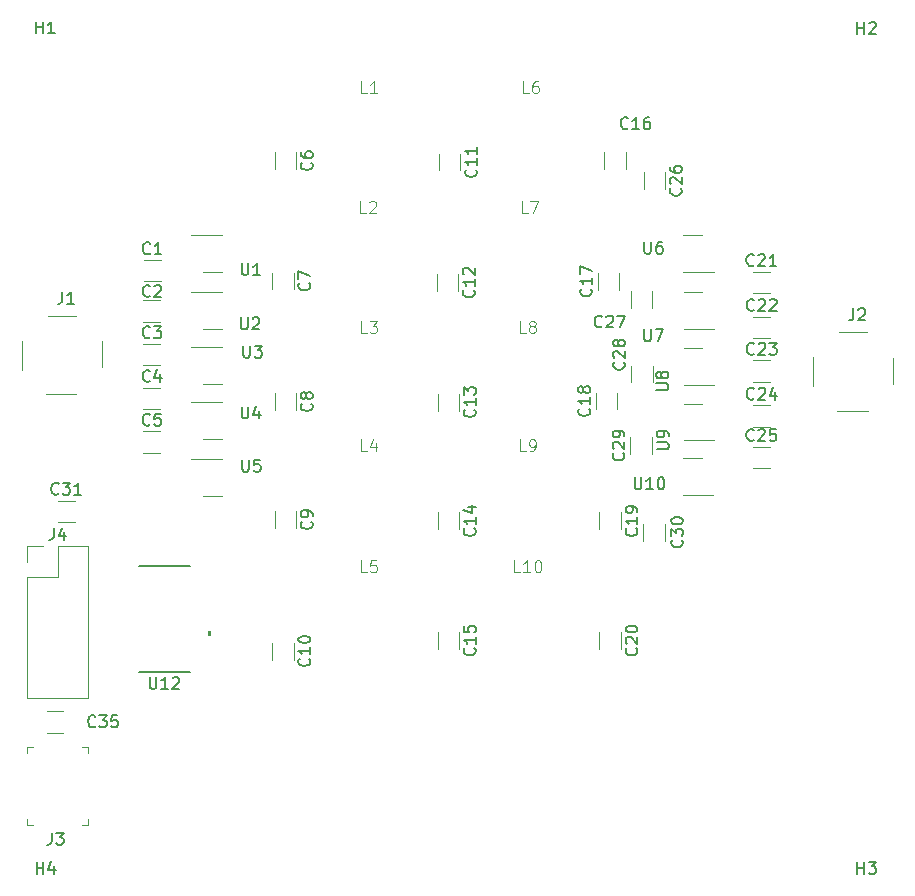
<source format=gto>
G04 #@! TF.GenerationSoftware,KiCad,Pcbnew,7.0.5*
G04 #@! TF.CreationDate,2023-06-23T16:46:23-04:00*
G04 #@! TF.ProjectId,sdt_lpf,7364745f-6c70-4662-9e6b-696361645f70,rev?*
G04 #@! TF.SameCoordinates,PX62de0f0PY8af5bb0*
G04 #@! TF.FileFunction,Legend,Top*
G04 #@! TF.FilePolarity,Positive*
%FSLAX46Y46*%
G04 Gerber Fmt 4.6, Leading zero omitted, Abs format (unit mm)*
G04 Created by KiCad (PCBNEW 7.0.5) date 2023-06-23 16:46:23*
%MOMM*%
%LPD*%
G01*
G04 APERTURE LIST*
%ADD10C,0.150000*%
%ADD11C,0.100000*%
%ADD12C,0.120000*%
%ADD13C,0.152400*%
G04 APERTURE END LIST*
D10*
X50688095Y57245181D02*
X50688095Y56435658D01*
X50688095Y56435658D02*
X50735714Y56340420D01*
X50735714Y56340420D02*
X50783333Y56292800D01*
X50783333Y56292800D02*
X50878571Y56245181D01*
X50878571Y56245181D02*
X51069047Y56245181D01*
X51069047Y56245181D02*
X51164285Y56292800D01*
X51164285Y56292800D02*
X51211904Y56340420D01*
X51211904Y56340420D02*
X51259523Y56435658D01*
X51259523Y56435658D02*
X51259523Y57245181D01*
X52164285Y57245181D02*
X51973809Y57245181D01*
X51973809Y57245181D02*
X51878571Y57197562D01*
X51878571Y57197562D02*
X51830952Y57149943D01*
X51830952Y57149943D02*
X51735714Y57007086D01*
X51735714Y57007086D02*
X51688095Y56816610D01*
X51688095Y56816610D02*
X51688095Y56435658D01*
X51688095Y56435658D02*
X51735714Y56340420D01*
X51735714Y56340420D02*
X51783333Y56292800D01*
X51783333Y56292800D02*
X51878571Y56245181D01*
X51878571Y56245181D02*
X52069047Y56245181D01*
X52069047Y56245181D02*
X52164285Y56292800D01*
X52164285Y56292800D02*
X52211904Y56340420D01*
X52211904Y56340420D02*
X52259523Y56435658D01*
X52259523Y56435658D02*
X52259523Y56673753D01*
X52259523Y56673753D02*
X52211904Y56768991D01*
X52211904Y56768991D02*
X52164285Y56816610D01*
X52164285Y56816610D02*
X52069047Y56864229D01*
X52069047Y56864229D02*
X51878571Y56864229D01*
X51878571Y56864229D02*
X51783333Y56816610D01*
X51783333Y56816610D02*
X51735714Y56768991D01*
X51735714Y56768991D02*
X51688095Y56673753D01*
X36229580Y53157143D02*
X36277200Y53109524D01*
X36277200Y53109524D02*
X36324819Y52966667D01*
X36324819Y52966667D02*
X36324819Y52871429D01*
X36324819Y52871429D02*
X36277200Y52728572D01*
X36277200Y52728572D02*
X36181961Y52633334D01*
X36181961Y52633334D02*
X36086723Y52585715D01*
X36086723Y52585715D02*
X35896247Y52538096D01*
X35896247Y52538096D02*
X35753390Y52538096D01*
X35753390Y52538096D02*
X35562914Y52585715D01*
X35562914Y52585715D02*
X35467676Y52633334D01*
X35467676Y52633334D02*
X35372438Y52728572D01*
X35372438Y52728572D02*
X35324819Y52871429D01*
X35324819Y52871429D02*
X35324819Y52966667D01*
X35324819Y52966667D02*
X35372438Y53109524D01*
X35372438Y53109524D02*
X35420057Y53157143D01*
X36324819Y54109524D02*
X36324819Y53538096D01*
X36324819Y53823810D02*
X35324819Y53823810D01*
X35324819Y53823810D02*
X35467676Y53728572D01*
X35467676Y53728572D02*
X35562914Y53633334D01*
X35562914Y53633334D02*
X35610533Y53538096D01*
X35420057Y54490477D02*
X35372438Y54538096D01*
X35372438Y54538096D02*
X35324819Y54633334D01*
X35324819Y54633334D02*
X35324819Y54871429D01*
X35324819Y54871429D02*
X35372438Y54966667D01*
X35372438Y54966667D02*
X35420057Y55014286D01*
X35420057Y55014286D02*
X35515295Y55061905D01*
X35515295Y55061905D02*
X35610533Y55061905D01*
X35610533Y55061905D02*
X35753390Y55014286D01*
X35753390Y55014286D02*
X36324819Y54442858D01*
X36324819Y54442858D02*
X36324819Y55061905D01*
X50688095Y49845181D02*
X50688095Y49035658D01*
X50688095Y49035658D02*
X50735714Y48940420D01*
X50735714Y48940420D02*
X50783333Y48892800D01*
X50783333Y48892800D02*
X50878571Y48845181D01*
X50878571Y48845181D02*
X51069047Y48845181D01*
X51069047Y48845181D02*
X51164285Y48892800D01*
X51164285Y48892800D02*
X51211904Y48940420D01*
X51211904Y48940420D02*
X51259523Y49035658D01*
X51259523Y49035658D02*
X51259523Y49845181D01*
X51640476Y49845181D02*
X52307142Y49845181D01*
X52307142Y49845181D02*
X51878571Y48845181D01*
X16588095Y43295181D02*
X16588095Y42485658D01*
X16588095Y42485658D02*
X16635714Y42390420D01*
X16635714Y42390420D02*
X16683333Y42342800D01*
X16683333Y42342800D02*
X16778571Y42295181D01*
X16778571Y42295181D02*
X16969047Y42295181D01*
X16969047Y42295181D02*
X17064285Y42342800D01*
X17064285Y42342800D02*
X17111904Y42390420D01*
X17111904Y42390420D02*
X17159523Y42485658D01*
X17159523Y42485658D02*
X17159523Y43295181D01*
X18064285Y42961848D02*
X18064285Y42295181D01*
X17826190Y43342800D02*
X17588095Y42628515D01*
X17588095Y42628515D02*
X18207142Y42628515D01*
X36409580Y63357143D02*
X36457200Y63309524D01*
X36457200Y63309524D02*
X36504819Y63166667D01*
X36504819Y63166667D02*
X36504819Y63071429D01*
X36504819Y63071429D02*
X36457200Y62928572D01*
X36457200Y62928572D02*
X36361961Y62833334D01*
X36361961Y62833334D02*
X36266723Y62785715D01*
X36266723Y62785715D02*
X36076247Y62738096D01*
X36076247Y62738096D02*
X35933390Y62738096D01*
X35933390Y62738096D02*
X35742914Y62785715D01*
X35742914Y62785715D02*
X35647676Y62833334D01*
X35647676Y62833334D02*
X35552438Y62928572D01*
X35552438Y62928572D02*
X35504819Y63071429D01*
X35504819Y63071429D02*
X35504819Y63166667D01*
X35504819Y63166667D02*
X35552438Y63309524D01*
X35552438Y63309524D02*
X35600057Y63357143D01*
X36504819Y64309524D02*
X36504819Y63738096D01*
X36504819Y64023810D02*
X35504819Y64023810D01*
X35504819Y64023810D02*
X35647676Y63928572D01*
X35647676Y63928572D02*
X35742914Y63833334D01*
X35742914Y63833334D02*
X35790533Y63738096D01*
X36504819Y65261905D02*
X36504819Y64690477D01*
X36504819Y64976191D02*
X35504819Y64976191D01*
X35504819Y64976191D02*
X35647676Y64880953D01*
X35647676Y64880953D02*
X35742914Y64785715D01*
X35742914Y64785715D02*
X35790533Y64690477D01*
D11*
X27191333Y29282581D02*
X26715143Y29282581D01*
X26715143Y29282581D02*
X26715143Y30282581D01*
X28000857Y30282581D02*
X27524667Y30282581D01*
X27524667Y30282581D02*
X27477048Y29806391D01*
X27477048Y29806391D02*
X27524667Y29854010D01*
X27524667Y29854010D02*
X27619905Y29901629D01*
X27619905Y29901629D02*
X27858000Y29901629D01*
X27858000Y29901629D02*
X27953238Y29854010D01*
X27953238Y29854010D02*
X28000857Y29806391D01*
X28000857Y29806391D02*
X28048476Y29711153D01*
X28048476Y29711153D02*
X28048476Y29473058D01*
X28048476Y29473058D02*
X28000857Y29377820D01*
X28000857Y29377820D02*
X27953238Y29330200D01*
X27953238Y29330200D02*
X27858000Y29282581D01*
X27858000Y29282581D02*
X27619905Y29282581D01*
X27619905Y29282581D02*
X27524667Y29330200D01*
X27524667Y29330200D02*
X27477048Y29377820D01*
X40813333Y59682581D02*
X40337143Y59682581D01*
X40337143Y59682581D02*
X40337143Y60682581D01*
X41051429Y60682581D02*
X41718095Y60682581D01*
X41718095Y60682581D02*
X41289524Y59682581D01*
D10*
X36309580Y32982143D02*
X36357200Y32934524D01*
X36357200Y32934524D02*
X36404819Y32791667D01*
X36404819Y32791667D02*
X36404819Y32696429D01*
X36404819Y32696429D02*
X36357200Y32553572D01*
X36357200Y32553572D02*
X36261961Y32458334D01*
X36261961Y32458334D02*
X36166723Y32410715D01*
X36166723Y32410715D02*
X35976247Y32363096D01*
X35976247Y32363096D02*
X35833390Y32363096D01*
X35833390Y32363096D02*
X35642914Y32410715D01*
X35642914Y32410715D02*
X35547676Y32458334D01*
X35547676Y32458334D02*
X35452438Y32553572D01*
X35452438Y32553572D02*
X35404819Y32696429D01*
X35404819Y32696429D02*
X35404819Y32791667D01*
X35404819Y32791667D02*
X35452438Y32934524D01*
X35452438Y32934524D02*
X35500057Y32982143D01*
X36404819Y33934524D02*
X36404819Y33363096D01*
X36404819Y33648810D02*
X35404819Y33648810D01*
X35404819Y33648810D02*
X35547676Y33553572D01*
X35547676Y33553572D02*
X35642914Y33458334D01*
X35642914Y33458334D02*
X35690533Y33363096D01*
X35738152Y34791667D02*
X36404819Y34791667D01*
X35357200Y34553572D02*
X36071485Y34315477D01*
X36071485Y34315477D02*
X36071485Y34934524D01*
X516666Y7215181D02*
X516666Y6500896D01*
X516666Y6500896D02*
X469047Y6358039D01*
X469047Y6358039D02*
X373809Y6262800D01*
X373809Y6262800D02*
X230952Y6215181D01*
X230952Y6215181D02*
X135714Y6215181D01*
X897619Y7215181D02*
X1516666Y7215181D01*
X1516666Y7215181D02*
X1183333Y6834229D01*
X1183333Y6834229D02*
X1326190Y6834229D01*
X1326190Y6834229D02*
X1421428Y6786610D01*
X1421428Y6786610D02*
X1469047Y6738991D01*
X1469047Y6738991D02*
X1516666Y6643753D01*
X1516666Y6643753D02*
X1516666Y6405658D01*
X1516666Y6405658D02*
X1469047Y6310420D01*
X1469047Y6310420D02*
X1421428Y6262800D01*
X1421428Y6262800D02*
X1326190Y6215181D01*
X1326190Y6215181D02*
X1040476Y6215181D01*
X1040476Y6215181D02*
X945238Y6262800D01*
X945238Y6262800D02*
X897619Y6310420D01*
X50009580Y22852143D02*
X50057200Y22804524D01*
X50057200Y22804524D02*
X50104819Y22661667D01*
X50104819Y22661667D02*
X50104819Y22566429D01*
X50104819Y22566429D02*
X50057200Y22423572D01*
X50057200Y22423572D02*
X49961961Y22328334D01*
X49961961Y22328334D02*
X49866723Y22280715D01*
X49866723Y22280715D02*
X49676247Y22233096D01*
X49676247Y22233096D02*
X49533390Y22233096D01*
X49533390Y22233096D02*
X49342914Y22280715D01*
X49342914Y22280715D02*
X49247676Y22328334D01*
X49247676Y22328334D02*
X49152438Y22423572D01*
X49152438Y22423572D02*
X49104819Y22566429D01*
X49104819Y22566429D02*
X49104819Y22661667D01*
X49104819Y22661667D02*
X49152438Y22804524D01*
X49152438Y22804524D02*
X49200057Y22852143D01*
X49200057Y23233096D02*
X49152438Y23280715D01*
X49152438Y23280715D02*
X49104819Y23375953D01*
X49104819Y23375953D02*
X49104819Y23614048D01*
X49104819Y23614048D02*
X49152438Y23709286D01*
X49152438Y23709286D02*
X49200057Y23756905D01*
X49200057Y23756905D02*
X49295295Y23804524D01*
X49295295Y23804524D02*
X49390533Y23804524D01*
X49390533Y23804524D02*
X49533390Y23756905D01*
X49533390Y23756905D02*
X50104819Y23185477D01*
X50104819Y23185477D02*
X50104819Y23804524D01*
X49104819Y24423572D02*
X49104819Y24518810D01*
X49104819Y24518810D02*
X49152438Y24614048D01*
X49152438Y24614048D02*
X49200057Y24661667D01*
X49200057Y24661667D02*
X49295295Y24709286D01*
X49295295Y24709286D02*
X49485771Y24756905D01*
X49485771Y24756905D02*
X49723866Y24756905D01*
X49723866Y24756905D02*
X49914342Y24709286D01*
X49914342Y24709286D02*
X50009580Y24661667D01*
X50009580Y24661667D02*
X50057200Y24614048D01*
X50057200Y24614048D02*
X50104819Y24518810D01*
X50104819Y24518810D02*
X50104819Y24423572D01*
X50104819Y24423572D02*
X50057200Y24328334D01*
X50057200Y24328334D02*
X50009580Y24280715D01*
X50009580Y24280715D02*
X49914342Y24233096D01*
X49914342Y24233096D02*
X49723866Y24185477D01*
X49723866Y24185477D02*
X49485771Y24185477D01*
X49485771Y24185477D02*
X49295295Y24233096D01*
X49295295Y24233096D02*
X49200057Y24280715D01*
X49200057Y24280715D02*
X49152438Y24328334D01*
X49152438Y24328334D02*
X49104819Y24423572D01*
X1107142Y35940420D02*
X1059523Y35892800D01*
X1059523Y35892800D02*
X916666Y35845181D01*
X916666Y35845181D02*
X821428Y35845181D01*
X821428Y35845181D02*
X678571Y35892800D01*
X678571Y35892800D02*
X583333Y35988039D01*
X583333Y35988039D02*
X535714Y36083277D01*
X535714Y36083277D02*
X488095Y36273753D01*
X488095Y36273753D02*
X488095Y36416610D01*
X488095Y36416610D02*
X535714Y36607086D01*
X535714Y36607086D02*
X583333Y36702324D01*
X583333Y36702324D02*
X678571Y36797562D01*
X678571Y36797562D02*
X821428Y36845181D01*
X821428Y36845181D02*
X916666Y36845181D01*
X916666Y36845181D02*
X1059523Y36797562D01*
X1059523Y36797562D02*
X1107142Y36749943D01*
X1440476Y36845181D02*
X2059523Y36845181D01*
X2059523Y36845181D02*
X1726190Y36464229D01*
X1726190Y36464229D02*
X1869047Y36464229D01*
X1869047Y36464229D02*
X1964285Y36416610D01*
X1964285Y36416610D02*
X2011904Y36368991D01*
X2011904Y36368991D02*
X2059523Y36273753D01*
X2059523Y36273753D02*
X2059523Y36035658D01*
X2059523Y36035658D02*
X2011904Y35940420D01*
X2011904Y35940420D02*
X1964285Y35892800D01*
X1964285Y35892800D02*
X1869047Y35845181D01*
X1869047Y35845181D02*
X1583333Y35845181D01*
X1583333Y35845181D02*
X1488095Y35892800D01*
X1488095Y35892800D02*
X1440476Y35940420D01*
X3011904Y35845181D02*
X2440476Y35845181D01*
X2726190Y35845181D02*
X2726190Y36845181D01*
X2726190Y36845181D02*
X2630952Y36702324D01*
X2630952Y36702324D02*
X2535714Y36607086D01*
X2535714Y36607086D02*
X2440476Y36559467D01*
X59982142Y43990420D02*
X59934523Y43942800D01*
X59934523Y43942800D02*
X59791666Y43895181D01*
X59791666Y43895181D02*
X59696428Y43895181D01*
X59696428Y43895181D02*
X59553571Y43942800D01*
X59553571Y43942800D02*
X59458333Y44038039D01*
X59458333Y44038039D02*
X59410714Y44133277D01*
X59410714Y44133277D02*
X59363095Y44323753D01*
X59363095Y44323753D02*
X59363095Y44466610D01*
X59363095Y44466610D02*
X59410714Y44657086D01*
X59410714Y44657086D02*
X59458333Y44752324D01*
X59458333Y44752324D02*
X59553571Y44847562D01*
X59553571Y44847562D02*
X59696428Y44895181D01*
X59696428Y44895181D02*
X59791666Y44895181D01*
X59791666Y44895181D02*
X59934523Y44847562D01*
X59934523Y44847562D02*
X59982142Y44799943D01*
X60363095Y44799943D02*
X60410714Y44847562D01*
X60410714Y44847562D02*
X60505952Y44895181D01*
X60505952Y44895181D02*
X60744047Y44895181D01*
X60744047Y44895181D02*
X60839285Y44847562D01*
X60839285Y44847562D02*
X60886904Y44799943D01*
X60886904Y44799943D02*
X60934523Y44704705D01*
X60934523Y44704705D02*
X60934523Y44609467D01*
X60934523Y44609467D02*
X60886904Y44466610D01*
X60886904Y44466610D02*
X60315476Y43895181D01*
X60315476Y43895181D02*
X60934523Y43895181D01*
X61791666Y44561848D02*
X61791666Y43895181D01*
X61553571Y44942800D02*
X61315476Y44228515D01*
X61315476Y44228515D02*
X61934523Y44228515D01*
X-811905Y74895181D02*
X-811905Y75895181D01*
X-811905Y75418991D02*
X-240477Y75418991D01*
X-240477Y74895181D02*
X-240477Y75895181D01*
X759523Y74895181D02*
X188095Y74895181D01*
X473809Y74895181D02*
X473809Y75895181D01*
X473809Y75895181D02*
X378571Y75752324D01*
X378571Y75752324D02*
X283333Y75657086D01*
X283333Y75657086D02*
X188095Y75609467D01*
X51704819Y44688096D02*
X52514342Y44688096D01*
X52514342Y44688096D02*
X52609580Y44735715D01*
X52609580Y44735715D02*
X52657200Y44783334D01*
X52657200Y44783334D02*
X52704819Y44878572D01*
X52704819Y44878572D02*
X52704819Y45069048D01*
X52704819Y45069048D02*
X52657200Y45164286D01*
X52657200Y45164286D02*
X52609580Y45211905D01*
X52609580Y45211905D02*
X52514342Y45259524D01*
X52514342Y45259524D02*
X51704819Y45259524D01*
X52133390Y45878572D02*
X52085771Y45783334D01*
X52085771Y45783334D02*
X52038152Y45735715D01*
X52038152Y45735715D02*
X51942914Y45688096D01*
X51942914Y45688096D02*
X51895295Y45688096D01*
X51895295Y45688096D02*
X51800057Y45735715D01*
X51800057Y45735715D02*
X51752438Y45783334D01*
X51752438Y45783334D02*
X51704819Y45878572D01*
X51704819Y45878572D02*
X51704819Y46069048D01*
X51704819Y46069048D02*
X51752438Y46164286D01*
X51752438Y46164286D02*
X51800057Y46211905D01*
X51800057Y46211905D02*
X51895295Y46259524D01*
X51895295Y46259524D02*
X51942914Y46259524D01*
X51942914Y46259524D02*
X52038152Y46211905D01*
X52038152Y46211905D02*
X52085771Y46164286D01*
X52085771Y46164286D02*
X52133390Y46069048D01*
X52133390Y46069048D02*
X52133390Y45878572D01*
X52133390Y45878572D02*
X52181009Y45783334D01*
X52181009Y45783334D02*
X52228628Y45735715D01*
X52228628Y45735715D02*
X52323866Y45688096D01*
X52323866Y45688096D02*
X52514342Y45688096D01*
X52514342Y45688096D02*
X52609580Y45735715D01*
X52609580Y45735715D02*
X52657200Y45783334D01*
X52657200Y45783334D02*
X52704819Y45878572D01*
X52704819Y45878572D02*
X52704819Y46069048D01*
X52704819Y46069048D02*
X52657200Y46164286D01*
X52657200Y46164286D02*
X52609580Y46211905D01*
X52609580Y46211905D02*
X52514342Y46259524D01*
X52514342Y46259524D02*
X52323866Y46259524D01*
X52323866Y46259524D02*
X52228628Y46211905D01*
X52228628Y46211905D02*
X52181009Y46164286D01*
X52181009Y46164286D02*
X52133390Y46069048D01*
X16738095Y48445181D02*
X16738095Y47635658D01*
X16738095Y47635658D02*
X16785714Y47540420D01*
X16785714Y47540420D02*
X16833333Y47492800D01*
X16833333Y47492800D02*
X16928571Y47445181D01*
X16928571Y47445181D02*
X17119047Y47445181D01*
X17119047Y47445181D02*
X17214285Y47492800D01*
X17214285Y47492800D02*
X17261904Y47540420D01*
X17261904Y47540420D02*
X17309523Y47635658D01*
X17309523Y47635658D02*
X17309523Y48445181D01*
X17690476Y48445181D02*
X18309523Y48445181D01*
X18309523Y48445181D02*
X17976190Y48064229D01*
X17976190Y48064229D02*
X18119047Y48064229D01*
X18119047Y48064229D02*
X18214285Y48016610D01*
X18214285Y48016610D02*
X18261904Y47968991D01*
X18261904Y47968991D02*
X18309523Y47873753D01*
X18309523Y47873753D02*
X18309523Y47635658D01*
X18309523Y47635658D02*
X18261904Y47540420D01*
X18261904Y47540420D02*
X18214285Y47492800D01*
X18214285Y47492800D02*
X18119047Y47445181D01*
X18119047Y47445181D02*
X17833333Y47445181D01*
X17833333Y47445181D02*
X17738095Y47492800D01*
X17738095Y47492800D02*
X17690476Y47540420D01*
D11*
X40161142Y29282581D02*
X39684952Y29282581D01*
X39684952Y29282581D02*
X39684952Y30282581D01*
X41018285Y29282581D02*
X40446857Y29282581D01*
X40732571Y29282581D02*
X40732571Y30282581D01*
X40732571Y30282581D02*
X40637333Y30139724D01*
X40637333Y30139724D02*
X40542095Y30044486D01*
X40542095Y30044486D02*
X40446857Y29996867D01*
X41637333Y30282581D02*
X41732571Y30282581D01*
X41732571Y30282581D02*
X41827809Y30234962D01*
X41827809Y30234962D02*
X41875428Y30187343D01*
X41875428Y30187343D02*
X41923047Y30092105D01*
X41923047Y30092105D02*
X41970666Y29901629D01*
X41970666Y29901629D02*
X41970666Y29663534D01*
X41970666Y29663534D02*
X41923047Y29473058D01*
X41923047Y29473058D02*
X41875428Y29377820D01*
X41875428Y29377820D02*
X41827809Y29330200D01*
X41827809Y29330200D02*
X41732571Y29282581D01*
X41732571Y29282581D02*
X41637333Y29282581D01*
X41637333Y29282581D02*
X41542095Y29330200D01*
X41542095Y29330200D02*
X41494476Y29377820D01*
X41494476Y29377820D02*
X41446857Y29473058D01*
X41446857Y29473058D02*
X41399238Y29663534D01*
X41399238Y29663534D02*
X41399238Y29901629D01*
X41399238Y29901629D02*
X41446857Y30092105D01*
X41446857Y30092105D02*
X41494476Y30187343D01*
X41494476Y30187343D02*
X41542095Y30234962D01*
X41542095Y30234962D02*
X41637333Y30282581D01*
D10*
X59982142Y51490420D02*
X59934523Y51442800D01*
X59934523Y51442800D02*
X59791666Y51395181D01*
X59791666Y51395181D02*
X59696428Y51395181D01*
X59696428Y51395181D02*
X59553571Y51442800D01*
X59553571Y51442800D02*
X59458333Y51538039D01*
X59458333Y51538039D02*
X59410714Y51633277D01*
X59410714Y51633277D02*
X59363095Y51823753D01*
X59363095Y51823753D02*
X59363095Y51966610D01*
X59363095Y51966610D02*
X59410714Y52157086D01*
X59410714Y52157086D02*
X59458333Y52252324D01*
X59458333Y52252324D02*
X59553571Y52347562D01*
X59553571Y52347562D02*
X59696428Y52395181D01*
X59696428Y52395181D02*
X59791666Y52395181D01*
X59791666Y52395181D02*
X59934523Y52347562D01*
X59934523Y52347562D02*
X59982142Y52299943D01*
X60363095Y52299943D02*
X60410714Y52347562D01*
X60410714Y52347562D02*
X60505952Y52395181D01*
X60505952Y52395181D02*
X60744047Y52395181D01*
X60744047Y52395181D02*
X60839285Y52347562D01*
X60839285Y52347562D02*
X60886904Y52299943D01*
X60886904Y52299943D02*
X60934523Y52204705D01*
X60934523Y52204705D02*
X60934523Y52109467D01*
X60934523Y52109467D02*
X60886904Y51966610D01*
X60886904Y51966610D02*
X60315476Y51395181D01*
X60315476Y51395181D02*
X60934523Y51395181D01*
X61315476Y52299943D02*
X61363095Y52347562D01*
X61363095Y52347562D02*
X61458333Y52395181D01*
X61458333Y52395181D02*
X61696428Y52395181D01*
X61696428Y52395181D02*
X61791666Y52347562D01*
X61791666Y52347562D02*
X61839285Y52299943D01*
X61839285Y52299943D02*
X61886904Y52204705D01*
X61886904Y52204705D02*
X61886904Y52109467D01*
X61886904Y52109467D02*
X61839285Y51966610D01*
X61839285Y51966610D02*
X61267857Y51395181D01*
X61267857Y51395181D02*
X61886904Y51395181D01*
D11*
X27133333Y59682581D02*
X26657143Y59682581D01*
X26657143Y59682581D02*
X26657143Y60682581D01*
X27419048Y60587343D02*
X27466667Y60634962D01*
X27466667Y60634962D02*
X27561905Y60682581D01*
X27561905Y60682581D02*
X27800000Y60682581D01*
X27800000Y60682581D02*
X27895238Y60634962D01*
X27895238Y60634962D02*
X27942857Y60587343D01*
X27942857Y60587343D02*
X27990476Y60492105D01*
X27990476Y60492105D02*
X27990476Y60396867D01*
X27990476Y60396867D02*
X27942857Y60254010D01*
X27942857Y60254010D02*
X27371429Y59682581D01*
X27371429Y59682581D02*
X27990476Y59682581D01*
D10*
X47107142Y50090420D02*
X47059523Y50042800D01*
X47059523Y50042800D02*
X46916666Y49995181D01*
X46916666Y49995181D02*
X46821428Y49995181D01*
X46821428Y49995181D02*
X46678571Y50042800D01*
X46678571Y50042800D02*
X46583333Y50138039D01*
X46583333Y50138039D02*
X46535714Y50233277D01*
X46535714Y50233277D02*
X46488095Y50423753D01*
X46488095Y50423753D02*
X46488095Y50566610D01*
X46488095Y50566610D02*
X46535714Y50757086D01*
X46535714Y50757086D02*
X46583333Y50852324D01*
X46583333Y50852324D02*
X46678571Y50947562D01*
X46678571Y50947562D02*
X46821428Y50995181D01*
X46821428Y50995181D02*
X46916666Y50995181D01*
X46916666Y50995181D02*
X47059523Y50947562D01*
X47059523Y50947562D02*
X47107142Y50899943D01*
X47488095Y50899943D02*
X47535714Y50947562D01*
X47535714Y50947562D02*
X47630952Y50995181D01*
X47630952Y50995181D02*
X47869047Y50995181D01*
X47869047Y50995181D02*
X47964285Y50947562D01*
X47964285Y50947562D02*
X48011904Y50899943D01*
X48011904Y50899943D02*
X48059523Y50804705D01*
X48059523Y50804705D02*
X48059523Y50709467D01*
X48059523Y50709467D02*
X48011904Y50566610D01*
X48011904Y50566610D02*
X47440476Y49995181D01*
X47440476Y49995181D02*
X48059523Y49995181D01*
X48392857Y50995181D02*
X49059523Y50995181D01*
X49059523Y50995181D02*
X48630952Y49995181D01*
X49307142Y66890420D02*
X49259523Y66842800D01*
X49259523Y66842800D02*
X49116666Y66795181D01*
X49116666Y66795181D02*
X49021428Y66795181D01*
X49021428Y66795181D02*
X48878571Y66842800D01*
X48878571Y66842800D02*
X48783333Y66938039D01*
X48783333Y66938039D02*
X48735714Y67033277D01*
X48735714Y67033277D02*
X48688095Y67223753D01*
X48688095Y67223753D02*
X48688095Y67366610D01*
X48688095Y67366610D02*
X48735714Y67557086D01*
X48735714Y67557086D02*
X48783333Y67652324D01*
X48783333Y67652324D02*
X48878571Y67747562D01*
X48878571Y67747562D02*
X49021428Y67795181D01*
X49021428Y67795181D02*
X49116666Y67795181D01*
X49116666Y67795181D02*
X49259523Y67747562D01*
X49259523Y67747562D02*
X49307142Y67699943D01*
X50259523Y66795181D02*
X49688095Y66795181D01*
X49973809Y66795181D02*
X49973809Y67795181D01*
X49973809Y67795181D02*
X49878571Y67652324D01*
X49878571Y67652324D02*
X49783333Y67557086D01*
X49783333Y67557086D02*
X49688095Y67509467D01*
X51116666Y67795181D02*
X50926190Y67795181D01*
X50926190Y67795181D02*
X50830952Y67747562D01*
X50830952Y67747562D02*
X50783333Y67699943D01*
X50783333Y67699943D02*
X50688095Y67557086D01*
X50688095Y67557086D02*
X50640476Y67366610D01*
X50640476Y67366610D02*
X50640476Y66985658D01*
X50640476Y66985658D02*
X50688095Y66890420D01*
X50688095Y66890420D02*
X50735714Y66842800D01*
X50735714Y66842800D02*
X50830952Y66795181D01*
X50830952Y66795181D02*
X51021428Y66795181D01*
X51021428Y66795181D02*
X51116666Y66842800D01*
X51116666Y66842800D02*
X51164285Y66890420D01*
X51164285Y66890420D02*
X51211904Y66985658D01*
X51211904Y66985658D02*
X51211904Y67223753D01*
X51211904Y67223753D02*
X51164285Y67318991D01*
X51164285Y67318991D02*
X51116666Y67366610D01*
X51116666Y67366610D02*
X51021428Y67414229D01*
X51021428Y67414229D02*
X50830952Y67414229D01*
X50830952Y67414229D02*
X50735714Y67366610D01*
X50735714Y67366610D02*
X50688095Y67318991D01*
X50688095Y67318991D02*
X50640476Y67223753D01*
D11*
X27191333Y39522581D02*
X26715143Y39522581D01*
X26715143Y39522581D02*
X26715143Y40522581D01*
X27953238Y40189248D02*
X27953238Y39522581D01*
X27715143Y40570200D02*
X27477048Y39855915D01*
X27477048Y39855915D02*
X28096095Y39855915D01*
D10*
X68738095Y74845181D02*
X68738095Y75845181D01*
X68738095Y75368991D02*
X69309523Y75368991D01*
X69309523Y74845181D02*
X69309523Y75845181D01*
X69738095Y75749943D02*
X69785714Y75797562D01*
X69785714Y75797562D02*
X69880952Y75845181D01*
X69880952Y75845181D02*
X70119047Y75845181D01*
X70119047Y75845181D02*
X70214285Y75797562D01*
X70214285Y75797562D02*
X70261904Y75749943D01*
X70261904Y75749943D02*
X70309523Y75654705D01*
X70309523Y75654705D02*
X70309523Y75559467D01*
X70309523Y75559467D02*
X70261904Y75416610D01*
X70261904Y75416610D02*
X69690476Y74845181D01*
X69690476Y74845181D02*
X70309523Y74845181D01*
X22309580Y21952143D02*
X22357200Y21904524D01*
X22357200Y21904524D02*
X22404819Y21761667D01*
X22404819Y21761667D02*
X22404819Y21666429D01*
X22404819Y21666429D02*
X22357200Y21523572D01*
X22357200Y21523572D02*
X22261961Y21428334D01*
X22261961Y21428334D02*
X22166723Y21380715D01*
X22166723Y21380715D02*
X21976247Y21333096D01*
X21976247Y21333096D02*
X21833390Y21333096D01*
X21833390Y21333096D02*
X21642914Y21380715D01*
X21642914Y21380715D02*
X21547676Y21428334D01*
X21547676Y21428334D02*
X21452438Y21523572D01*
X21452438Y21523572D02*
X21404819Y21666429D01*
X21404819Y21666429D02*
X21404819Y21761667D01*
X21404819Y21761667D02*
X21452438Y21904524D01*
X21452438Y21904524D02*
X21500057Y21952143D01*
X22404819Y22904524D02*
X22404819Y22333096D01*
X22404819Y22618810D02*
X21404819Y22618810D01*
X21404819Y22618810D02*
X21547676Y22523572D01*
X21547676Y22523572D02*
X21642914Y22428334D01*
X21642914Y22428334D02*
X21690533Y22333096D01*
X21404819Y23523572D02*
X21404819Y23618810D01*
X21404819Y23618810D02*
X21452438Y23714048D01*
X21452438Y23714048D02*
X21500057Y23761667D01*
X21500057Y23761667D02*
X21595295Y23809286D01*
X21595295Y23809286D02*
X21785771Y23856905D01*
X21785771Y23856905D02*
X22023866Y23856905D01*
X22023866Y23856905D02*
X22214342Y23809286D01*
X22214342Y23809286D02*
X22309580Y23761667D01*
X22309580Y23761667D02*
X22357200Y23714048D01*
X22357200Y23714048D02*
X22404819Y23618810D01*
X22404819Y23618810D02*
X22404819Y23523572D01*
X22404819Y23523572D02*
X22357200Y23428334D01*
X22357200Y23428334D02*
X22309580Y23380715D01*
X22309580Y23380715D02*
X22214342Y23333096D01*
X22214342Y23333096D02*
X22023866Y23285477D01*
X22023866Y23285477D02*
X21785771Y23285477D01*
X21785771Y23285477D02*
X21595295Y23333096D01*
X21595295Y23333096D02*
X21500057Y23380715D01*
X21500057Y23380715D02*
X21452438Y23428334D01*
X21452438Y23428334D02*
X21404819Y23523572D01*
X36309580Y22852143D02*
X36357200Y22804524D01*
X36357200Y22804524D02*
X36404819Y22661667D01*
X36404819Y22661667D02*
X36404819Y22566429D01*
X36404819Y22566429D02*
X36357200Y22423572D01*
X36357200Y22423572D02*
X36261961Y22328334D01*
X36261961Y22328334D02*
X36166723Y22280715D01*
X36166723Y22280715D02*
X35976247Y22233096D01*
X35976247Y22233096D02*
X35833390Y22233096D01*
X35833390Y22233096D02*
X35642914Y22280715D01*
X35642914Y22280715D02*
X35547676Y22328334D01*
X35547676Y22328334D02*
X35452438Y22423572D01*
X35452438Y22423572D02*
X35404819Y22566429D01*
X35404819Y22566429D02*
X35404819Y22661667D01*
X35404819Y22661667D02*
X35452438Y22804524D01*
X35452438Y22804524D02*
X35500057Y22852143D01*
X36404819Y23804524D02*
X36404819Y23233096D01*
X36404819Y23518810D02*
X35404819Y23518810D01*
X35404819Y23518810D02*
X35547676Y23423572D01*
X35547676Y23423572D02*
X35642914Y23328334D01*
X35642914Y23328334D02*
X35690533Y23233096D01*
X35404819Y24709286D02*
X35404819Y24233096D01*
X35404819Y24233096D02*
X35881009Y24185477D01*
X35881009Y24185477D02*
X35833390Y24233096D01*
X35833390Y24233096D02*
X35785771Y24328334D01*
X35785771Y24328334D02*
X35785771Y24566429D01*
X35785771Y24566429D02*
X35833390Y24661667D01*
X35833390Y24661667D02*
X35881009Y24709286D01*
X35881009Y24709286D02*
X35976247Y24756905D01*
X35976247Y24756905D02*
X36214342Y24756905D01*
X36214342Y24756905D02*
X36309580Y24709286D01*
X36309580Y24709286D02*
X36357200Y24661667D01*
X36357200Y24661667D02*
X36404819Y24566429D01*
X36404819Y24566429D02*
X36404819Y24328334D01*
X36404819Y24328334D02*
X36357200Y24233096D01*
X36357200Y24233096D02*
X36309580Y24185477D01*
X8858333Y56290420D02*
X8810714Y56242800D01*
X8810714Y56242800D02*
X8667857Y56195181D01*
X8667857Y56195181D02*
X8572619Y56195181D01*
X8572619Y56195181D02*
X8429762Y56242800D01*
X8429762Y56242800D02*
X8334524Y56338039D01*
X8334524Y56338039D02*
X8286905Y56433277D01*
X8286905Y56433277D02*
X8239286Y56623753D01*
X8239286Y56623753D02*
X8239286Y56766610D01*
X8239286Y56766610D02*
X8286905Y56957086D01*
X8286905Y56957086D02*
X8334524Y57052324D01*
X8334524Y57052324D02*
X8429762Y57147562D01*
X8429762Y57147562D02*
X8572619Y57195181D01*
X8572619Y57195181D02*
X8667857Y57195181D01*
X8667857Y57195181D02*
X8810714Y57147562D01*
X8810714Y57147562D02*
X8858333Y57099943D01*
X9810714Y56195181D02*
X9239286Y56195181D01*
X9525000Y56195181D02*
X9525000Y57195181D01*
X9525000Y57195181D02*
X9429762Y57052324D01*
X9429762Y57052324D02*
X9334524Y56957086D01*
X9334524Y56957086D02*
X9239286Y56909467D01*
X8833333Y41790420D02*
X8785714Y41742800D01*
X8785714Y41742800D02*
X8642857Y41695181D01*
X8642857Y41695181D02*
X8547619Y41695181D01*
X8547619Y41695181D02*
X8404762Y41742800D01*
X8404762Y41742800D02*
X8309524Y41838039D01*
X8309524Y41838039D02*
X8261905Y41933277D01*
X8261905Y41933277D02*
X8214286Y42123753D01*
X8214286Y42123753D02*
X8214286Y42266610D01*
X8214286Y42266610D02*
X8261905Y42457086D01*
X8261905Y42457086D02*
X8309524Y42552324D01*
X8309524Y42552324D02*
X8404762Y42647562D01*
X8404762Y42647562D02*
X8547619Y42695181D01*
X8547619Y42695181D02*
X8642857Y42695181D01*
X8642857Y42695181D02*
X8785714Y42647562D01*
X8785714Y42647562D02*
X8833333Y42599943D01*
X9738095Y42695181D02*
X9261905Y42695181D01*
X9261905Y42695181D02*
X9214286Y42218991D01*
X9214286Y42218991D02*
X9261905Y42266610D01*
X9261905Y42266610D02*
X9357143Y42314229D01*
X9357143Y42314229D02*
X9595238Y42314229D01*
X9595238Y42314229D02*
X9690476Y42266610D01*
X9690476Y42266610D02*
X9738095Y42218991D01*
X9738095Y42218991D02*
X9785714Y42123753D01*
X9785714Y42123753D02*
X9785714Y41885658D01*
X9785714Y41885658D02*
X9738095Y41790420D01*
X9738095Y41790420D02*
X9690476Y41742800D01*
X9690476Y41742800D02*
X9595238Y41695181D01*
X9595238Y41695181D02*
X9357143Y41695181D01*
X9357143Y41695181D02*
X9261905Y41742800D01*
X9261905Y41742800D02*
X9214286Y41790420D01*
X1401666Y53005181D02*
X1401666Y52290896D01*
X1401666Y52290896D02*
X1354047Y52148039D01*
X1354047Y52148039D02*
X1258809Y52052800D01*
X1258809Y52052800D02*
X1115952Y52005181D01*
X1115952Y52005181D02*
X1020714Y52005181D01*
X2401666Y52005181D02*
X1830238Y52005181D01*
X2115952Y52005181D02*
X2115952Y53005181D01*
X2115952Y53005181D02*
X2020714Y52862324D01*
X2020714Y52862324D02*
X1925476Y52767086D01*
X1925476Y52767086D02*
X1830238Y52719467D01*
X22509580Y33558334D02*
X22557200Y33510715D01*
X22557200Y33510715D02*
X22604819Y33367858D01*
X22604819Y33367858D02*
X22604819Y33272620D01*
X22604819Y33272620D02*
X22557200Y33129763D01*
X22557200Y33129763D02*
X22461961Y33034525D01*
X22461961Y33034525D02*
X22366723Y32986906D01*
X22366723Y32986906D02*
X22176247Y32939287D01*
X22176247Y32939287D02*
X22033390Y32939287D01*
X22033390Y32939287D02*
X21842914Y32986906D01*
X21842914Y32986906D02*
X21747676Y33034525D01*
X21747676Y33034525D02*
X21652438Y33129763D01*
X21652438Y33129763D02*
X21604819Y33272620D01*
X21604819Y33272620D02*
X21604819Y33367858D01*
X21604819Y33367858D02*
X21652438Y33510715D01*
X21652438Y33510715D02*
X21700057Y33558334D01*
X22604819Y34034525D02*
X22604819Y34225001D01*
X22604819Y34225001D02*
X22557200Y34320239D01*
X22557200Y34320239D02*
X22509580Y34367858D01*
X22509580Y34367858D02*
X22366723Y34463096D01*
X22366723Y34463096D02*
X22176247Y34510715D01*
X22176247Y34510715D02*
X21795295Y34510715D01*
X21795295Y34510715D02*
X21700057Y34463096D01*
X21700057Y34463096D02*
X21652438Y34415477D01*
X21652438Y34415477D02*
X21604819Y34320239D01*
X21604819Y34320239D02*
X21604819Y34129763D01*
X21604819Y34129763D02*
X21652438Y34034525D01*
X21652438Y34034525D02*
X21700057Y33986906D01*
X21700057Y33986906D02*
X21795295Y33939287D01*
X21795295Y33939287D02*
X22033390Y33939287D01*
X22033390Y33939287D02*
X22128628Y33986906D01*
X22128628Y33986906D02*
X22176247Y34034525D01*
X22176247Y34034525D02*
X22223866Y34129763D01*
X22223866Y34129763D02*
X22223866Y34320239D01*
X22223866Y34320239D02*
X22176247Y34415477D01*
X22176247Y34415477D02*
X22128628Y34463096D01*
X22128628Y34463096D02*
X22033390Y34510715D01*
X59957142Y55290420D02*
X59909523Y55242800D01*
X59909523Y55242800D02*
X59766666Y55195181D01*
X59766666Y55195181D02*
X59671428Y55195181D01*
X59671428Y55195181D02*
X59528571Y55242800D01*
X59528571Y55242800D02*
X59433333Y55338039D01*
X59433333Y55338039D02*
X59385714Y55433277D01*
X59385714Y55433277D02*
X59338095Y55623753D01*
X59338095Y55623753D02*
X59338095Y55766610D01*
X59338095Y55766610D02*
X59385714Y55957086D01*
X59385714Y55957086D02*
X59433333Y56052324D01*
X59433333Y56052324D02*
X59528571Y56147562D01*
X59528571Y56147562D02*
X59671428Y56195181D01*
X59671428Y56195181D02*
X59766666Y56195181D01*
X59766666Y56195181D02*
X59909523Y56147562D01*
X59909523Y56147562D02*
X59957142Y56099943D01*
X60338095Y56099943D02*
X60385714Y56147562D01*
X60385714Y56147562D02*
X60480952Y56195181D01*
X60480952Y56195181D02*
X60719047Y56195181D01*
X60719047Y56195181D02*
X60814285Y56147562D01*
X60814285Y56147562D02*
X60861904Y56099943D01*
X60861904Y56099943D02*
X60909523Y56004705D01*
X60909523Y56004705D02*
X60909523Y55909467D01*
X60909523Y55909467D02*
X60861904Y55766610D01*
X60861904Y55766610D02*
X60290476Y55195181D01*
X60290476Y55195181D02*
X60909523Y55195181D01*
X61861904Y55195181D02*
X61290476Y55195181D01*
X61576190Y55195181D02*
X61576190Y56195181D01*
X61576190Y56195181D02*
X61480952Y56052324D01*
X61480952Y56052324D02*
X61385714Y55957086D01*
X61385714Y55957086D02*
X61290476Y55909467D01*
X8833333Y45490420D02*
X8785714Y45442800D01*
X8785714Y45442800D02*
X8642857Y45395181D01*
X8642857Y45395181D02*
X8547619Y45395181D01*
X8547619Y45395181D02*
X8404762Y45442800D01*
X8404762Y45442800D02*
X8309524Y45538039D01*
X8309524Y45538039D02*
X8261905Y45633277D01*
X8261905Y45633277D02*
X8214286Y45823753D01*
X8214286Y45823753D02*
X8214286Y45966610D01*
X8214286Y45966610D02*
X8261905Y46157086D01*
X8261905Y46157086D02*
X8309524Y46252324D01*
X8309524Y46252324D02*
X8404762Y46347562D01*
X8404762Y46347562D02*
X8547619Y46395181D01*
X8547619Y46395181D02*
X8642857Y46395181D01*
X8642857Y46395181D02*
X8785714Y46347562D01*
X8785714Y46347562D02*
X8833333Y46299943D01*
X9690476Y46061848D02*
X9690476Y45395181D01*
X9452381Y46442800D02*
X9214286Y45728515D01*
X9214286Y45728515D02*
X9833333Y45728515D01*
X22509580Y63958334D02*
X22557200Y63910715D01*
X22557200Y63910715D02*
X22604819Y63767858D01*
X22604819Y63767858D02*
X22604819Y63672620D01*
X22604819Y63672620D02*
X22557200Y63529763D01*
X22557200Y63529763D02*
X22461961Y63434525D01*
X22461961Y63434525D02*
X22366723Y63386906D01*
X22366723Y63386906D02*
X22176247Y63339287D01*
X22176247Y63339287D02*
X22033390Y63339287D01*
X22033390Y63339287D02*
X21842914Y63386906D01*
X21842914Y63386906D02*
X21747676Y63434525D01*
X21747676Y63434525D02*
X21652438Y63529763D01*
X21652438Y63529763D02*
X21604819Y63672620D01*
X21604819Y63672620D02*
X21604819Y63767858D01*
X21604819Y63767858D02*
X21652438Y63910715D01*
X21652438Y63910715D02*
X21700057Y63958334D01*
X21604819Y64815477D02*
X21604819Y64625001D01*
X21604819Y64625001D02*
X21652438Y64529763D01*
X21652438Y64529763D02*
X21700057Y64482144D01*
X21700057Y64482144D02*
X21842914Y64386906D01*
X21842914Y64386906D02*
X22033390Y64339287D01*
X22033390Y64339287D02*
X22414342Y64339287D01*
X22414342Y64339287D02*
X22509580Y64386906D01*
X22509580Y64386906D02*
X22557200Y64434525D01*
X22557200Y64434525D02*
X22604819Y64529763D01*
X22604819Y64529763D02*
X22604819Y64720239D01*
X22604819Y64720239D02*
X22557200Y64815477D01*
X22557200Y64815477D02*
X22509580Y64863096D01*
X22509580Y64863096D02*
X22414342Y64910715D01*
X22414342Y64910715D02*
X22176247Y64910715D01*
X22176247Y64910715D02*
X22081009Y64863096D01*
X22081009Y64863096D02*
X22033390Y64815477D01*
X22033390Y64815477D02*
X21985771Y64720239D01*
X21985771Y64720239D02*
X21985771Y64529763D01*
X21985771Y64529763D02*
X22033390Y64434525D01*
X22033390Y64434525D02*
X22081009Y64386906D01*
X22081009Y64386906D02*
X22176247Y64339287D01*
X36309580Y43032143D02*
X36357200Y42984524D01*
X36357200Y42984524D02*
X36404819Y42841667D01*
X36404819Y42841667D02*
X36404819Y42746429D01*
X36404819Y42746429D02*
X36357200Y42603572D01*
X36357200Y42603572D02*
X36261961Y42508334D01*
X36261961Y42508334D02*
X36166723Y42460715D01*
X36166723Y42460715D02*
X35976247Y42413096D01*
X35976247Y42413096D02*
X35833390Y42413096D01*
X35833390Y42413096D02*
X35642914Y42460715D01*
X35642914Y42460715D02*
X35547676Y42508334D01*
X35547676Y42508334D02*
X35452438Y42603572D01*
X35452438Y42603572D02*
X35404819Y42746429D01*
X35404819Y42746429D02*
X35404819Y42841667D01*
X35404819Y42841667D02*
X35452438Y42984524D01*
X35452438Y42984524D02*
X35500057Y43032143D01*
X36404819Y43984524D02*
X36404819Y43413096D01*
X36404819Y43698810D02*
X35404819Y43698810D01*
X35404819Y43698810D02*
X35547676Y43603572D01*
X35547676Y43603572D02*
X35642914Y43508334D01*
X35642914Y43508334D02*
X35690533Y43413096D01*
X35404819Y44317858D02*
X35404819Y44936905D01*
X35404819Y44936905D02*
X35785771Y44603572D01*
X35785771Y44603572D02*
X35785771Y44746429D01*
X35785771Y44746429D02*
X35833390Y44841667D01*
X35833390Y44841667D02*
X35881009Y44889286D01*
X35881009Y44889286D02*
X35976247Y44936905D01*
X35976247Y44936905D02*
X36214342Y44936905D01*
X36214342Y44936905D02*
X36309580Y44889286D01*
X36309580Y44889286D02*
X36357200Y44841667D01*
X36357200Y44841667D02*
X36404819Y44746429D01*
X36404819Y44746429D02*
X36404819Y44460715D01*
X36404819Y44460715D02*
X36357200Y44365477D01*
X36357200Y44365477D02*
X36309580Y44317858D01*
X46159580Y53257143D02*
X46207200Y53209524D01*
X46207200Y53209524D02*
X46254819Y53066667D01*
X46254819Y53066667D02*
X46254819Y52971429D01*
X46254819Y52971429D02*
X46207200Y52828572D01*
X46207200Y52828572D02*
X46111961Y52733334D01*
X46111961Y52733334D02*
X46016723Y52685715D01*
X46016723Y52685715D02*
X45826247Y52638096D01*
X45826247Y52638096D02*
X45683390Y52638096D01*
X45683390Y52638096D02*
X45492914Y52685715D01*
X45492914Y52685715D02*
X45397676Y52733334D01*
X45397676Y52733334D02*
X45302438Y52828572D01*
X45302438Y52828572D02*
X45254819Y52971429D01*
X45254819Y52971429D02*
X45254819Y53066667D01*
X45254819Y53066667D02*
X45302438Y53209524D01*
X45302438Y53209524D02*
X45350057Y53257143D01*
X46254819Y54209524D02*
X46254819Y53638096D01*
X46254819Y53923810D02*
X45254819Y53923810D01*
X45254819Y53923810D02*
X45397676Y53828572D01*
X45397676Y53828572D02*
X45492914Y53733334D01*
X45492914Y53733334D02*
X45540533Y53638096D01*
X45254819Y54542858D02*
X45254819Y55209524D01*
X45254819Y55209524D02*
X46254819Y54780953D01*
D11*
X40637333Y39522581D02*
X40161143Y39522581D01*
X40161143Y39522581D02*
X40161143Y40522581D01*
X41018286Y39522581D02*
X41208762Y39522581D01*
X41208762Y39522581D02*
X41304000Y39570200D01*
X41304000Y39570200D02*
X41351619Y39617820D01*
X41351619Y39617820D02*
X41446857Y39760677D01*
X41446857Y39760677D02*
X41494476Y39951153D01*
X41494476Y39951153D02*
X41494476Y40332105D01*
X41494476Y40332105D02*
X41446857Y40427343D01*
X41446857Y40427343D02*
X41399238Y40474962D01*
X41399238Y40474962D02*
X41304000Y40522581D01*
X41304000Y40522581D02*
X41113524Y40522581D01*
X41113524Y40522581D02*
X41018286Y40474962D01*
X41018286Y40474962D02*
X40970667Y40427343D01*
X40970667Y40427343D02*
X40923048Y40332105D01*
X40923048Y40332105D02*
X40923048Y40094010D01*
X40923048Y40094010D02*
X40970667Y39998772D01*
X40970667Y39998772D02*
X41018286Y39951153D01*
X41018286Y39951153D02*
X41113524Y39903534D01*
X41113524Y39903534D02*
X41304000Y39903534D01*
X41304000Y39903534D02*
X41399238Y39951153D01*
X41399238Y39951153D02*
X41446857Y39998772D01*
X41446857Y39998772D02*
X41494476Y40094010D01*
D10*
X686666Y33005181D02*
X686666Y32290896D01*
X686666Y32290896D02*
X639047Y32148039D01*
X639047Y32148039D02*
X543809Y32052800D01*
X543809Y32052800D02*
X400952Y32005181D01*
X400952Y32005181D02*
X305714Y32005181D01*
X1591428Y32671848D02*
X1591428Y32005181D01*
X1353333Y33052800D02*
X1115238Y32338515D01*
X1115238Y32338515D02*
X1734285Y32338515D01*
X68381666Y51605181D02*
X68381666Y50890896D01*
X68381666Y50890896D02*
X68334047Y50748039D01*
X68334047Y50748039D02*
X68238809Y50652800D01*
X68238809Y50652800D02*
X68095952Y50605181D01*
X68095952Y50605181D02*
X68000714Y50605181D01*
X68810238Y51509943D02*
X68857857Y51557562D01*
X68857857Y51557562D02*
X68953095Y51605181D01*
X68953095Y51605181D02*
X69191190Y51605181D01*
X69191190Y51605181D02*
X69286428Y51557562D01*
X69286428Y51557562D02*
X69334047Y51509943D01*
X69334047Y51509943D02*
X69381666Y51414705D01*
X69381666Y51414705D02*
X69381666Y51319467D01*
X69381666Y51319467D02*
X69334047Y51176610D01*
X69334047Y51176610D02*
X68762619Y50605181D01*
X68762619Y50605181D02*
X69381666Y50605181D01*
X4207142Y16240420D02*
X4159523Y16192800D01*
X4159523Y16192800D02*
X4016666Y16145181D01*
X4016666Y16145181D02*
X3921428Y16145181D01*
X3921428Y16145181D02*
X3778571Y16192800D01*
X3778571Y16192800D02*
X3683333Y16288039D01*
X3683333Y16288039D02*
X3635714Y16383277D01*
X3635714Y16383277D02*
X3588095Y16573753D01*
X3588095Y16573753D02*
X3588095Y16716610D01*
X3588095Y16716610D02*
X3635714Y16907086D01*
X3635714Y16907086D02*
X3683333Y17002324D01*
X3683333Y17002324D02*
X3778571Y17097562D01*
X3778571Y17097562D02*
X3921428Y17145181D01*
X3921428Y17145181D02*
X4016666Y17145181D01*
X4016666Y17145181D02*
X4159523Y17097562D01*
X4159523Y17097562D02*
X4207142Y17049943D01*
X4540476Y17145181D02*
X5159523Y17145181D01*
X5159523Y17145181D02*
X4826190Y16764229D01*
X4826190Y16764229D02*
X4969047Y16764229D01*
X4969047Y16764229D02*
X5064285Y16716610D01*
X5064285Y16716610D02*
X5111904Y16668991D01*
X5111904Y16668991D02*
X5159523Y16573753D01*
X5159523Y16573753D02*
X5159523Y16335658D01*
X5159523Y16335658D02*
X5111904Y16240420D01*
X5111904Y16240420D02*
X5064285Y16192800D01*
X5064285Y16192800D02*
X4969047Y16145181D01*
X4969047Y16145181D02*
X4683333Y16145181D01*
X4683333Y16145181D02*
X4588095Y16192800D01*
X4588095Y16192800D02*
X4540476Y16240420D01*
X6064285Y17145181D02*
X5588095Y17145181D01*
X5588095Y17145181D02*
X5540476Y16668991D01*
X5540476Y16668991D02*
X5588095Y16716610D01*
X5588095Y16716610D02*
X5683333Y16764229D01*
X5683333Y16764229D02*
X5921428Y16764229D01*
X5921428Y16764229D02*
X6016666Y16716610D01*
X6016666Y16716610D02*
X6064285Y16668991D01*
X6064285Y16668991D02*
X6111904Y16573753D01*
X6111904Y16573753D02*
X6111904Y16335658D01*
X6111904Y16335658D02*
X6064285Y16240420D01*
X6064285Y16240420D02*
X6016666Y16192800D01*
X6016666Y16192800D02*
X5921428Y16145181D01*
X5921428Y16145181D02*
X5683333Y16145181D01*
X5683333Y16145181D02*
X5588095Y16192800D01*
X5588095Y16192800D02*
X5540476Y16240420D01*
X51754819Y39688096D02*
X52564342Y39688096D01*
X52564342Y39688096D02*
X52659580Y39735715D01*
X52659580Y39735715D02*
X52707200Y39783334D01*
X52707200Y39783334D02*
X52754819Y39878572D01*
X52754819Y39878572D02*
X52754819Y40069048D01*
X52754819Y40069048D02*
X52707200Y40164286D01*
X52707200Y40164286D02*
X52659580Y40211905D01*
X52659580Y40211905D02*
X52564342Y40259524D01*
X52564342Y40259524D02*
X51754819Y40259524D01*
X52754819Y40783334D02*
X52754819Y40973810D01*
X52754819Y40973810D02*
X52707200Y41069048D01*
X52707200Y41069048D02*
X52659580Y41116667D01*
X52659580Y41116667D02*
X52516723Y41211905D01*
X52516723Y41211905D02*
X52326247Y41259524D01*
X52326247Y41259524D02*
X51945295Y41259524D01*
X51945295Y41259524D02*
X51850057Y41211905D01*
X51850057Y41211905D02*
X51802438Y41164286D01*
X51802438Y41164286D02*
X51754819Y41069048D01*
X51754819Y41069048D02*
X51754819Y40878572D01*
X51754819Y40878572D02*
X51802438Y40783334D01*
X51802438Y40783334D02*
X51850057Y40735715D01*
X51850057Y40735715D02*
X51945295Y40688096D01*
X51945295Y40688096D02*
X52183390Y40688096D01*
X52183390Y40688096D02*
X52278628Y40735715D01*
X52278628Y40735715D02*
X52326247Y40783334D01*
X52326247Y40783334D02*
X52373866Y40878572D01*
X52373866Y40878572D02*
X52373866Y41069048D01*
X52373866Y41069048D02*
X52326247Y41164286D01*
X52326247Y41164286D02*
X52278628Y41211905D01*
X52278628Y41211905D02*
X52183390Y41259524D01*
X8811905Y20395181D02*
X8811905Y19585658D01*
X8811905Y19585658D02*
X8859524Y19490420D01*
X8859524Y19490420D02*
X8907143Y19442800D01*
X8907143Y19442800D02*
X9002381Y19395181D01*
X9002381Y19395181D02*
X9192857Y19395181D01*
X9192857Y19395181D02*
X9288095Y19442800D01*
X9288095Y19442800D02*
X9335714Y19490420D01*
X9335714Y19490420D02*
X9383333Y19585658D01*
X9383333Y19585658D02*
X9383333Y20395181D01*
X10383333Y19395181D02*
X9811905Y19395181D01*
X10097619Y19395181D02*
X10097619Y20395181D01*
X10097619Y20395181D02*
X10002381Y20252324D01*
X10002381Y20252324D02*
X9907143Y20157086D01*
X9907143Y20157086D02*
X9811905Y20109467D01*
X10764286Y20299943D02*
X10811905Y20347562D01*
X10811905Y20347562D02*
X10907143Y20395181D01*
X10907143Y20395181D02*
X11145238Y20395181D01*
X11145238Y20395181D02*
X11240476Y20347562D01*
X11240476Y20347562D02*
X11288095Y20299943D01*
X11288095Y20299943D02*
X11335714Y20204705D01*
X11335714Y20204705D02*
X11335714Y20109467D01*
X11335714Y20109467D02*
X11288095Y19966610D01*
X11288095Y19966610D02*
X10716667Y19395181D01*
X10716667Y19395181D02*
X11335714Y19395181D01*
X16538095Y50845181D02*
X16538095Y50035658D01*
X16538095Y50035658D02*
X16585714Y49940420D01*
X16585714Y49940420D02*
X16633333Y49892800D01*
X16633333Y49892800D02*
X16728571Y49845181D01*
X16728571Y49845181D02*
X16919047Y49845181D01*
X16919047Y49845181D02*
X17014285Y49892800D01*
X17014285Y49892800D02*
X17061904Y49940420D01*
X17061904Y49940420D02*
X17109523Y50035658D01*
X17109523Y50035658D02*
X17109523Y50845181D01*
X17538095Y50749943D02*
X17585714Y50797562D01*
X17585714Y50797562D02*
X17680952Y50845181D01*
X17680952Y50845181D02*
X17919047Y50845181D01*
X17919047Y50845181D02*
X18014285Y50797562D01*
X18014285Y50797562D02*
X18061904Y50749943D01*
X18061904Y50749943D02*
X18109523Y50654705D01*
X18109523Y50654705D02*
X18109523Y50559467D01*
X18109523Y50559467D02*
X18061904Y50416610D01*
X18061904Y50416610D02*
X17490476Y49845181D01*
X17490476Y49845181D02*
X18109523Y49845181D01*
X53759580Y61782143D02*
X53807200Y61734524D01*
X53807200Y61734524D02*
X53854819Y61591667D01*
X53854819Y61591667D02*
X53854819Y61496429D01*
X53854819Y61496429D02*
X53807200Y61353572D01*
X53807200Y61353572D02*
X53711961Y61258334D01*
X53711961Y61258334D02*
X53616723Y61210715D01*
X53616723Y61210715D02*
X53426247Y61163096D01*
X53426247Y61163096D02*
X53283390Y61163096D01*
X53283390Y61163096D02*
X53092914Y61210715D01*
X53092914Y61210715D02*
X52997676Y61258334D01*
X52997676Y61258334D02*
X52902438Y61353572D01*
X52902438Y61353572D02*
X52854819Y61496429D01*
X52854819Y61496429D02*
X52854819Y61591667D01*
X52854819Y61591667D02*
X52902438Y61734524D01*
X52902438Y61734524D02*
X52950057Y61782143D01*
X52950057Y62163096D02*
X52902438Y62210715D01*
X52902438Y62210715D02*
X52854819Y62305953D01*
X52854819Y62305953D02*
X52854819Y62544048D01*
X52854819Y62544048D02*
X52902438Y62639286D01*
X52902438Y62639286D02*
X52950057Y62686905D01*
X52950057Y62686905D02*
X53045295Y62734524D01*
X53045295Y62734524D02*
X53140533Y62734524D01*
X53140533Y62734524D02*
X53283390Y62686905D01*
X53283390Y62686905D02*
X53854819Y62115477D01*
X53854819Y62115477D02*
X53854819Y62734524D01*
X52854819Y63591667D02*
X52854819Y63401191D01*
X52854819Y63401191D02*
X52902438Y63305953D01*
X52902438Y63305953D02*
X52950057Y63258334D01*
X52950057Y63258334D02*
X53092914Y63163096D01*
X53092914Y63163096D02*
X53283390Y63115477D01*
X53283390Y63115477D02*
X53664342Y63115477D01*
X53664342Y63115477D02*
X53759580Y63163096D01*
X53759580Y63163096D02*
X53807200Y63210715D01*
X53807200Y63210715D02*
X53854819Y63305953D01*
X53854819Y63305953D02*
X53854819Y63496429D01*
X53854819Y63496429D02*
X53807200Y63591667D01*
X53807200Y63591667D02*
X53759580Y63639286D01*
X53759580Y63639286D02*
X53664342Y63686905D01*
X53664342Y63686905D02*
X53426247Y63686905D01*
X53426247Y63686905D02*
X53331009Y63639286D01*
X53331009Y63639286D02*
X53283390Y63591667D01*
X53283390Y63591667D02*
X53235771Y63496429D01*
X53235771Y63496429D02*
X53235771Y63305953D01*
X53235771Y63305953D02*
X53283390Y63210715D01*
X53283390Y63210715D02*
X53331009Y63163096D01*
X53331009Y63163096D02*
X53426247Y63115477D01*
D11*
X27191333Y49532581D02*
X26715143Y49532581D01*
X26715143Y49532581D02*
X26715143Y50532581D01*
X27429429Y50532581D02*
X28048476Y50532581D01*
X28048476Y50532581D02*
X27715143Y50151629D01*
X27715143Y50151629D02*
X27858000Y50151629D01*
X27858000Y50151629D02*
X27953238Y50104010D01*
X27953238Y50104010D02*
X28000857Y50056391D01*
X28000857Y50056391D02*
X28048476Y49961153D01*
X28048476Y49961153D02*
X28048476Y49723058D01*
X28048476Y49723058D02*
X28000857Y49627820D01*
X28000857Y49627820D02*
X27953238Y49580200D01*
X27953238Y49580200D02*
X27858000Y49532581D01*
X27858000Y49532581D02*
X27572286Y49532581D01*
X27572286Y49532581D02*
X27477048Y49580200D01*
X27477048Y49580200D02*
X27429429Y49627820D01*
D10*
X68738095Y3745181D02*
X68738095Y4745181D01*
X68738095Y4268991D02*
X69309523Y4268991D01*
X69309523Y3745181D02*
X69309523Y4745181D01*
X69690476Y4745181D02*
X70309523Y4745181D01*
X70309523Y4745181D02*
X69976190Y4364229D01*
X69976190Y4364229D02*
X70119047Y4364229D01*
X70119047Y4364229D02*
X70214285Y4316610D01*
X70214285Y4316610D02*
X70261904Y4268991D01*
X70261904Y4268991D02*
X70309523Y4173753D01*
X70309523Y4173753D02*
X70309523Y3935658D01*
X70309523Y3935658D02*
X70261904Y3840420D01*
X70261904Y3840420D02*
X70214285Y3792800D01*
X70214285Y3792800D02*
X70119047Y3745181D01*
X70119047Y3745181D02*
X69833333Y3745181D01*
X69833333Y3745181D02*
X69738095Y3792800D01*
X69738095Y3792800D02*
X69690476Y3840420D01*
D11*
X40637333Y49532581D02*
X40161143Y49532581D01*
X40161143Y49532581D02*
X40161143Y50532581D01*
X41113524Y50104010D02*
X41018286Y50151629D01*
X41018286Y50151629D02*
X40970667Y50199248D01*
X40970667Y50199248D02*
X40923048Y50294486D01*
X40923048Y50294486D02*
X40923048Y50342105D01*
X40923048Y50342105D02*
X40970667Y50437343D01*
X40970667Y50437343D02*
X41018286Y50484962D01*
X41018286Y50484962D02*
X41113524Y50532581D01*
X41113524Y50532581D02*
X41304000Y50532581D01*
X41304000Y50532581D02*
X41399238Y50484962D01*
X41399238Y50484962D02*
X41446857Y50437343D01*
X41446857Y50437343D02*
X41494476Y50342105D01*
X41494476Y50342105D02*
X41494476Y50294486D01*
X41494476Y50294486D02*
X41446857Y50199248D01*
X41446857Y50199248D02*
X41399238Y50151629D01*
X41399238Y50151629D02*
X41304000Y50104010D01*
X41304000Y50104010D02*
X41113524Y50104010D01*
X41113524Y50104010D02*
X41018286Y50056391D01*
X41018286Y50056391D02*
X40970667Y50008772D01*
X40970667Y50008772D02*
X40923048Y49913534D01*
X40923048Y49913534D02*
X40923048Y49723058D01*
X40923048Y49723058D02*
X40970667Y49627820D01*
X40970667Y49627820D02*
X41018286Y49580200D01*
X41018286Y49580200D02*
X41113524Y49532581D01*
X41113524Y49532581D02*
X41304000Y49532581D01*
X41304000Y49532581D02*
X41399238Y49580200D01*
X41399238Y49580200D02*
X41446857Y49627820D01*
X41446857Y49627820D02*
X41494476Y49723058D01*
X41494476Y49723058D02*
X41494476Y49913534D01*
X41494476Y49913534D02*
X41446857Y50008772D01*
X41446857Y50008772D02*
X41399238Y50056391D01*
X41399238Y50056391D02*
X41304000Y50104010D01*
D10*
X53859580Y32007143D02*
X53907200Y31959524D01*
X53907200Y31959524D02*
X53954819Y31816667D01*
X53954819Y31816667D02*
X53954819Y31721429D01*
X53954819Y31721429D02*
X53907200Y31578572D01*
X53907200Y31578572D02*
X53811961Y31483334D01*
X53811961Y31483334D02*
X53716723Y31435715D01*
X53716723Y31435715D02*
X53526247Y31388096D01*
X53526247Y31388096D02*
X53383390Y31388096D01*
X53383390Y31388096D02*
X53192914Y31435715D01*
X53192914Y31435715D02*
X53097676Y31483334D01*
X53097676Y31483334D02*
X53002438Y31578572D01*
X53002438Y31578572D02*
X52954819Y31721429D01*
X52954819Y31721429D02*
X52954819Y31816667D01*
X52954819Y31816667D02*
X53002438Y31959524D01*
X53002438Y31959524D02*
X53050057Y32007143D01*
X52954819Y32340477D02*
X52954819Y32959524D01*
X52954819Y32959524D02*
X53335771Y32626191D01*
X53335771Y32626191D02*
X53335771Y32769048D01*
X53335771Y32769048D02*
X53383390Y32864286D01*
X53383390Y32864286D02*
X53431009Y32911905D01*
X53431009Y32911905D02*
X53526247Y32959524D01*
X53526247Y32959524D02*
X53764342Y32959524D01*
X53764342Y32959524D02*
X53859580Y32911905D01*
X53859580Y32911905D02*
X53907200Y32864286D01*
X53907200Y32864286D02*
X53954819Y32769048D01*
X53954819Y32769048D02*
X53954819Y32483334D01*
X53954819Y32483334D02*
X53907200Y32388096D01*
X53907200Y32388096D02*
X53859580Y32340477D01*
X52954819Y33578572D02*
X52954819Y33673810D01*
X52954819Y33673810D02*
X53002438Y33769048D01*
X53002438Y33769048D02*
X53050057Y33816667D01*
X53050057Y33816667D02*
X53145295Y33864286D01*
X53145295Y33864286D02*
X53335771Y33911905D01*
X53335771Y33911905D02*
X53573866Y33911905D01*
X53573866Y33911905D02*
X53764342Y33864286D01*
X53764342Y33864286D02*
X53859580Y33816667D01*
X53859580Y33816667D02*
X53907200Y33769048D01*
X53907200Y33769048D02*
X53954819Y33673810D01*
X53954819Y33673810D02*
X53954819Y33578572D01*
X53954819Y33578572D02*
X53907200Y33483334D01*
X53907200Y33483334D02*
X53859580Y33435715D01*
X53859580Y33435715D02*
X53764342Y33388096D01*
X53764342Y33388096D02*
X53573866Y33340477D01*
X53573866Y33340477D02*
X53335771Y33340477D01*
X53335771Y33340477D02*
X53145295Y33388096D01*
X53145295Y33388096D02*
X53050057Y33435715D01*
X53050057Y33435715D02*
X53002438Y33483334D01*
X53002438Y33483334D02*
X52954819Y33578572D01*
X46009580Y43132143D02*
X46057200Y43084524D01*
X46057200Y43084524D02*
X46104819Y42941667D01*
X46104819Y42941667D02*
X46104819Y42846429D01*
X46104819Y42846429D02*
X46057200Y42703572D01*
X46057200Y42703572D02*
X45961961Y42608334D01*
X45961961Y42608334D02*
X45866723Y42560715D01*
X45866723Y42560715D02*
X45676247Y42513096D01*
X45676247Y42513096D02*
X45533390Y42513096D01*
X45533390Y42513096D02*
X45342914Y42560715D01*
X45342914Y42560715D02*
X45247676Y42608334D01*
X45247676Y42608334D02*
X45152438Y42703572D01*
X45152438Y42703572D02*
X45104819Y42846429D01*
X45104819Y42846429D02*
X45104819Y42941667D01*
X45104819Y42941667D02*
X45152438Y43084524D01*
X45152438Y43084524D02*
X45200057Y43132143D01*
X46104819Y44084524D02*
X46104819Y43513096D01*
X46104819Y43798810D02*
X45104819Y43798810D01*
X45104819Y43798810D02*
X45247676Y43703572D01*
X45247676Y43703572D02*
X45342914Y43608334D01*
X45342914Y43608334D02*
X45390533Y43513096D01*
X45533390Y44655953D02*
X45485771Y44560715D01*
X45485771Y44560715D02*
X45438152Y44513096D01*
X45438152Y44513096D02*
X45342914Y44465477D01*
X45342914Y44465477D02*
X45295295Y44465477D01*
X45295295Y44465477D02*
X45200057Y44513096D01*
X45200057Y44513096D02*
X45152438Y44560715D01*
X45152438Y44560715D02*
X45104819Y44655953D01*
X45104819Y44655953D02*
X45104819Y44846429D01*
X45104819Y44846429D02*
X45152438Y44941667D01*
X45152438Y44941667D02*
X45200057Y44989286D01*
X45200057Y44989286D02*
X45295295Y45036905D01*
X45295295Y45036905D02*
X45342914Y45036905D01*
X45342914Y45036905D02*
X45438152Y44989286D01*
X45438152Y44989286D02*
X45485771Y44941667D01*
X45485771Y44941667D02*
X45533390Y44846429D01*
X45533390Y44846429D02*
X45533390Y44655953D01*
X45533390Y44655953D02*
X45581009Y44560715D01*
X45581009Y44560715D02*
X45628628Y44513096D01*
X45628628Y44513096D02*
X45723866Y44465477D01*
X45723866Y44465477D02*
X45914342Y44465477D01*
X45914342Y44465477D02*
X46009580Y44513096D01*
X46009580Y44513096D02*
X46057200Y44560715D01*
X46057200Y44560715D02*
X46104819Y44655953D01*
X46104819Y44655953D02*
X46104819Y44846429D01*
X46104819Y44846429D02*
X46057200Y44941667D01*
X46057200Y44941667D02*
X46009580Y44989286D01*
X46009580Y44989286D02*
X45914342Y45036905D01*
X45914342Y45036905D02*
X45723866Y45036905D01*
X45723866Y45036905D02*
X45628628Y44989286D01*
X45628628Y44989286D02*
X45581009Y44941667D01*
X45581009Y44941667D02*
X45533390Y44846429D01*
X22509580Y43558334D02*
X22557200Y43510715D01*
X22557200Y43510715D02*
X22604819Y43367858D01*
X22604819Y43367858D02*
X22604819Y43272620D01*
X22604819Y43272620D02*
X22557200Y43129763D01*
X22557200Y43129763D02*
X22461961Y43034525D01*
X22461961Y43034525D02*
X22366723Y42986906D01*
X22366723Y42986906D02*
X22176247Y42939287D01*
X22176247Y42939287D02*
X22033390Y42939287D01*
X22033390Y42939287D02*
X21842914Y42986906D01*
X21842914Y42986906D02*
X21747676Y43034525D01*
X21747676Y43034525D02*
X21652438Y43129763D01*
X21652438Y43129763D02*
X21604819Y43272620D01*
X21604819Y43272620D02*
X21604819Y43367858D01*
X21604819Y43367858D02*
X21652438Y43510715D01*
X21652438Y43510715D02*
X21700057Y43558334D01*
X22033390Y44129763D02*
X21985771Y44034525D01*
X21985771Y44034525D02*
X21938152Y43986906D01*
X21938152Y43986906D02*
X21842914Y43939287D01*
X21842914Y43939287D02*
X21795295Y43939287D01*
X21795295Y43939287D02*
X21700057Y43986906D01*
X21700057Y43986906D02*
X21652438Y44034525D01*
X21652438Y44034525D02*
X21604819Y44129763D01*
X21604819Y44129763D02*
X21604819Y44320239D01*
X21604819Y44320239D02*
X21652438Y44415477D01*
X21652438Y44415477D02*
X21700057Y44463096D01*
X21700057Y44463096D02*
X21795295Y44510715D01*
X21795295Y44510715D02*
X21842914Y44510715D01*
X21842914Y44510715D02*
X21938152Y44463096D01*
X21938152Y44463096D02*
X21985771Y44415477D01*
X21985771Y44415477D02*
X22033390Y44320239D01*
X22033390Y44320239D02*
X22033390Y44129763D01*
X22033390Y44129763D02*
X22081009Y44034525D01*
X22081009Y44034525D02*
X22128628Y43986906D01*
X22128628Y43986906D02*
X22223866Y43939287D01*
X22223866Y43939287D02*
X22414342Y43939287D01*
X22414342Y43939287D02*
X22509580Y43986906D01*
X22509580Y43986906D02*
X22557200Y44034525D01*
X22557200Y44034525D02*
X22604819Y44129763D01*
X22604819Y44129763D02*
X22604819Y44320239D01*
X22604819Y44320239D02*
X22557200Y44415477D01*
X22557200Y44415477D02*
X22509580Y44463096D01*
X22509580Y44463096D02*
X22414342Y44510715D01*
X22414342Y44510715D02*
X22223866Y44510715D01*
X22223866Y44510715D02*
X22128628Y44463096D01*
X22128628Y44463096D02*
X22081009Y44415477D01*
X22081009Y44415477D02*
X22033390Y44320239D01*
D11*
X40913333Y69852581D02*
X40437143Y69852581D01*
X40437143Y69852581D02*
X40437143Y70852581D01*
X41675238Y70852581D02*
X41484762Y70852581D01*
X41484762Y70852581D02*
X41389524Y70804962D01*
X41389524Y70804962D02*
X41341905Y70757343D01*
X41341905Y70757343D02*
X41246667Y70614486D01*
X41246667Y70614486D02*
X41199048Y70424010D01*
X41199048Y70424010D02*
X41199048Y70043058D01*
X41199048Y70043058D02*
X41246667Y69947820D01*
X41246667Y69947820D02*
X41294286Y69900200D01*
X41294286Y69900200D02*
X41389524Y69852581D01*
X41389524Y69852581D02*
X41580000Y69852581D01*
X41580000Y69852581D02*
X41675238Y69900200D01*
X41675238Y69900200D02*
X41722857Y69947820D01*
X41722857Y69947820D02*
X41770476Y70043058D01*
X41770476Y70043058D02*
X41770476Y70281153D01*
X41770476Y70281153D02*
X41722857Y70376391D01*
X41722857Y70376391D02*
X41675238Y70424010D01*
X41675238Y70424010D02*
X41580000Y70471629D01*
X41580000Y70471629D02*
X41389524Y70471629D01*
X41389524Y70471629D02*
X41294286Y70424010D01*
X41294286Y70424010D02*
X41246667Y70376391D01*
X41246667Y70376391D02*
X41199048Y70281153D01*
X27191333Y69852581D02*
X26715143Y69852581D01*
X26715143Y69852581D02*
X26715143Y70852581D01*
X28048476Y69852581D02*
X27477048Y69852581D01*
X27762762Y69852581D02*
X27762762Y70852581D01*
X27762762Y70852581D02*
X27667524Y70709724D01*
X27667524Y70709724D02*
X27572286Y70614486D01*
X27572286Y70614486D02*
X27477048Y70566867D01*
D10*
X22309580Y53758334D02*
X22357200Y53710715D01*
X22357200Y53710715D02*
X22404819Y53567858D01*
X22404819Y53567858D02*
X22404819Y53472620D01*
X22404819Y53472620D02*
X22357200Y53329763D01*
X22357200Y53329763D02*
X22261961Y53234525D01*
X22261961Y53234525D02*
X22166723Y53186906D01*
X22166723Y53186906D02*
X21976247Y53139287D01*
X21976247Y53139287D02*
X21833390Y53139287D01*
X21833390Y53139287D02*
X21642914Y53186906D01*
X21642914Y53186906D02*
X21547676Y53234525D01*
X21547676Y53234525D02*
X21452438Y53329763D01*
X21452438Y53329763D02*
X21404819Y53472620D01*
X21404819Y53472620D02*
X21404819Y53567858D01*
X21404819Y53567858D02*
X21452438Y53710715D01*
X21452438Y53710715D02*
X21500057Y53758334D01*
X21404819Y54091668D02*
X21404819Y54758334D01*
X21404819Y54758334D02*
X22404819Y54329763D01*
X-761905Y3745181D02*
X-761905Y4745181D01*
X-761905Y4268991D02*
X-190477Y4268991D01*
X-190477Y3745181D02*
X-190477Y4745181D01*
X714285Y4411848D02*
X714285Y3745181D01*
X476190Y4792800D02*
X238095Y4078515D01*
X238095Y4078515D02*
X857142Y4078515D01*
X50009580Y32982143D02*
X50057200Y32934524D01*
X50057200Y32934524D02*
X50104819Y32791667D01*
X50104819Y32791667D02*
X50104819Y32696429D01*
X50104819Y32696429D02*
X50057200Y32553572D01*
X50057200Y32553572D02*
X49961961Y32458334D01*
X49961961Y32458334D02*
X49866723Y32410715D01*
X49866723Y32410715D02*
X49676247Y32363096D01*
X49676247Y32363096D02*
X49533390Y32363096D01*
X49533390Y32363096D02*
X49342914Y32410715D01*
X49342914Y32410715D02*
X49247676Y32458334D01*
X49247676Y32458334D02*
X49152438Y32553572D01*
X49152438Y32553572D02*
X49104819Y32696429D01*
X49104819Y32696429D02*
X49104819Y32791667D01*
X49104819Y32791667D02*
X49152438Y32934524D01*
X49152438Y32934524D02*
X49200057Y32982143D01*
X50104819Y33934524D02*
X50104819Y33363096D01*
X50104819Y33648810D02*
X49104819Y33648810D01*
X49104819Y33648810D02*
X49247676Y33553572D01*
X49247676Y33553572D02*
X49342914Y33458334D01*
X49342914Y33458334D02*
X49390533Y33363096D01*
X50104819Y34410715D02*
X50104819Y34601191D01*
X50104819Y34601191D02*
X50057200Y34696429D01*
X50057200Y34696429D02*
X50009580Y34744048D01*
X50009580Y34744048D02*
X49866723Y34839286D01*
X49866723Y34839286D02*
X49676247Y34886905D01*
X49676247Y34886905D02*
X49295295Y34886905D01*
X49295295Y34886905D02*
X49200057Y34839286D01*
X49200057Y34839286D02*
X49152438Y34791667D01*
X49152438Y34791667D02*
X49104819Y34696429D01*
X49104819Y34696429D02*
X49104819Y34505953D01*
X49104819Y34505953D02*
X49152438Y34410715D01*
X49152438Y34410715D02*
X49200057Y34363096D01*
X49200057Y34363096D02*
X49295295Y34315477D01*
X49295295Y34315477D02*
X49533390Y34315477D01*
X49533390Y34315477D02*
X49628628Y34363096D01*
X49628628Y34363096D02*
X49676247Y34410715D01*
X49676247Y34410715D02*
X49723866Y34505953D01*
X49723866Y34505953D02*
X49723866Y34696429D01*
X49723866Y34696429D02*
X49676247Y34791667D01*
X49676247Y34791667D02*
X49628628Y34839286D01*
X49628628Y34839286D02*
X49533390Y34886905D01*
X16638095Y38795181D02*
X16638095Y37985658D01*
X16638095Y37985658D02*
X16685714Y37890420D01*
X16685714Y37890420D02*
X16733333Y37842800D01*
X16733333Y37842800D02*
X16828571Y37795181D01*
X16828571Y37795181D02*
X17019047Y37795181D01*
X17019047Y37795181D02*
X17114285Y37842800D01*
X17114285Y37842800D02*
X17161904Y37890420D01*
X17161904Y37890420D02*
X17209523Y37985658D01*
X17209523Y37985658D02*
X17209523Y38795181D01*
X18161904Y38795181D02*
X17685714Y38795181D01*
X17685714Y38795181D02*
X17638095Y38318991D01*
X17638095Y38318991D02*
X17685714Y38366610D01*
X17685714Y38366610D02*
X17780952Y38414229D01*
X17780952Y38414229D02*
X18019047Y38414229D01*
X18019047Y38414229D02*
X18114285Y38366610D01*
X18114285Y38366610D02*
X18161904Y38318991D01*
X18161904Y38318991D02*
X18209523Y38223753D01*
X18209523Y38223753D02*
X18209523Y37985658D01*
X18209523Y37985658D02*
X18161904Y37890420D01*
X18161904Y37890420D02*
X18114285Y37842800D01*
X18114285Y37842800D02*
X18019047Y37795181D01*
X18019047Y37795181D02*
X17780952Y37795181D01*
X17780952Y37795181D02*
X17685714Y37842800D01*
X17685714Y37842800D02*
X17638095Y37890420D01*
X8833333Y52690420D02*
X8785714Y52642800D01*
X8785714Y52642800D02*
X8642857Y52595181D01*
X8642857Y52595181D02*
X8547619Y52595181D01*
X8547619Y52595181D02*
X8404762Y52642800D01*
X8404762Y52642800D02*
X8309524Y52738039D01*
X8309524Y52738039D02*
X8261905Y52833277D01*
X8261905Y52833277D02*
X8214286Y53023753D01*
X8214286Y53023753D02*
X8214286Y53166610D01*
X8214286Y53166610D02*
X8261905Y53357086D01*
X8261905Y53357086D02*
X8309524Y53452324D01*
X8309524Y53452324D02*
X8404762Y53547562D01*
X8404762Y53547562D02*
X8547619Y53595181D01*
X8547619Y53595181D02*
X8642857Y53595181D01*
X8642857Y53595181D02*
X8785714Y53547562D01*
X8785714Y53547562D02*
X8833333Y53499943D01*
X9214286Y53499943D02*
X9261905Y53547562D01*
X9261905Y53547562D02*
X9357143Y53595181D01*
X9357143Y53595181D02*
X9595238Y53595181D01*
X9595238Y53595181D02*
X9690476Y53547562D01*
X9690476Y53547562D02*
X9738095Y53499943D01*
X9738095Y53499943D02*
X9785714Y53404705D01*
X9785714Y53404705D02*
X9785714Y53309467D01*
X9785714Y53309467D02*
X9738095Y53166610D01*
X9738095Y53166610D02*
X9166667Y52595181D01*
X9166667Y52595181D02*
X9785714Y52595181D01*
X59957142Y40490420D02*
X59909523Y40442800D01*
X59909523Y40442800D02*
X59766666Y40395181D01*
X59766666Y40395181D02*
X59671428Y40395181D01*
X59671428Y40395181D02*
X59528571Y40442800D01*
X59528571Y40442800D02*
X59433333Y40538039D01*
X59433333Y40538039D02*
X59385714Y40633277D01*
X59385714Y40633277D02*
X59338095Y40823753D01*
X59338095Y40823753D02*
X59338095Y40966610D01*
X59338095Y40966610D02*
X59385714Y41157086D01*
X59385714Y41157086D02*
X59433333Y41252324D01*
X59433333Y41252324D02*
X59528571Y41347562D01*
X59528571Y41347562D02*
X59671428Y41395181D01*
X59671428Y41395181D02*
X59766666Y41395181D01*
X59766666Y41395181D02*
X59909523Y41347562D01*
X59909523Y41347562D02*
X59957142Y41299943D01*
X60338095Y41299943D02*
X60385714Y41347562D01*
X60385714Y41347562D02*
X60480952Y41395181D01*
X60480952Y41395181D02*
X60719047Y41395181D01*
X60719047Y41395181D02*
X60814285Y41347562D01*
X60814285Y41347562D02*
X60861904Y41299943D01*
X60861904Y41299943D02*
X60909523Y41204705D01*
X60909523Y41204705D02*
X60909523Y41109467D01*
X60909523Y41109467D02*
X60861904Y40966610D01*
X60861904Y40966610D02*
X60290476Y40395181D01*
X60290476Y40395181D02*
X60909523Y40395181D01*
X61814285Y41395181D02*
X61338095Y41395181D01*
X61338095Y41395181D02*
X61290476Y40918991D01*
X61290476Y40918991D02*
X61338095Y40966610D01*
X61338095Y40966610D02*
X61433333Y41014229D01*
X61433333Y41014229D02*
X61671428Y41014229D01*
X61671428Y41014229D02*
X61766666Y40966610D01*
X61766666Y40966610D02*
X61814285Y40918991D01*
X61814285Y40918991D02*
X61861904Y40823753D01*
X61861904Y40823753D02*
X61861904Y40585658D01*
X61861904Y40585658D02*
X61814285Y40490420D01*
X61814285Y40490420D02*
X61766666Y40442800D01*
X61766666Y40442800D02*
X61671428Y40395181D01*
X61671428Y40395181D02*
X61433333Y40395181D01*
X61433333Y40395181D02*
X61338095Y40442800D01*
X61338095Y40442800D02*
X61290476Y40490420D01*
X48959580Y47057143D02*
X49007200Y47009524D01*
X49007200Y47009524D02*
X49054819Y46866667D01*
X49054819Y46866667D02*
X49054819Y46771429D01*
X49054819Y46771429D02*
X49007200Y46628572D01*
X49007200Y46628572D02*
X48911961Y46533334D01*
X48911961Y46533334D02*
X48816723Y46485715D01*
X48816723Y46485715D02*
X48626247Y46438096D01*
X48626247Y46438096D02*
X48483390Y46438096D01*
X48483390Y46438096D02*
X48292914Y46485715D01*
X48292914Y46485715D02*
X48197676Y46533334D01*
X48197676Y46533334D02*
X48102438Y46628572D01*
X48102438Y46628572D02*
X48054819Y46771429D01*
X48054819Y46771429D02*
X48054819Y46866667D01*
X48054819Y46866667D02*
X48102438Y47009524D01*
X48102438Y47009524D02*
X48150057Y47057143D01*
X48150057Y47438096D02*
X48102438Y47485715D01*
X48102438Y47485715D02*
X48054819Y47580953D01*
X48054819Y47580953D02*
X48054819Y47819048D01*
X48054819Y47819048D02*
X48102438Y47914286D01*
X48102438Y47914286D02*
X48150057Y47961905D01*
X48150057Y47961905D02*
X48245295Y48009524D01*
X48245295Y48009524D02*
X48340533Y48009524D01*
X48340533Y48009524D02*
X48483390Y47961905D01*
X48483390Y47961905D02*
X49054819Y47390477D01*
X49054819Y47390477D02*
X49054819Y48009524D01*
X48483390Y48580953D02*
X48435771Y48485715D01*
X48435771Y48485715D02*
X48388152Y48438096D01*
X48388152Y48438096D02*
X48292914Y48390477D01*
X48292914Y48390477D02*
X48245295Y48390477D01*
X48245295Y48390477D02*
X48150057Y48438096D01*
X48150057Y48438096D02*
X48102438Y48485715D01*
X48102438Y48485715D02*
X48054819Y48580953D01*
X48054819Y48580953D02*
X48054819Y48771429D01*
X48054819Y48771429D02*
X48102438Y48866667D01*
X48102438Y48866667D02*
X48150057Y48914286D01*
X48150057Y48914286D02*
X48245295Y48961905D01*
X48245295Y48961905D02*
X48292914Y48961905D01*
X48292914Y48961905D02*
X48388152Y48914286D01*
X48388152Y48914286D02*
X48435771Y48866667D01*
X48435771Y48866667D02*
X48483390Y48771429D01*
X48483390Y48771429D02*
X48483390Y48580953D01*
X48483390Y48580953D02*
X48531009Y48485715D01*
X48531009Y48485715D02*
X48578628Y48438096D01*
X48578628Y48438096D02*
X48673866Y48390477D01*
X48673866Y48390477D02*
X48864342Y48390477D01*
X48864342Y48390477D02*
X48959580Y48438096D01*
X48959580Y48438096D02*
X49007200Y48485715D01*
X49007200Y48485715D02*
X49054819Y48580953D01*
X49054819Y48580953D02*
X49054819Y48771429D01*
X49054819Y48771429D02*
X49007200Y48866667D01*
X49007200Y48866667D02*
X48959580Y48914286D01*
X48959580Y48914286D02*
X48864342Y48961905D01*
X48864342Y48961905D02*
X48673866Y48961905D01*
X48673866Y48961905D02*
X48578628Y48914286D01*
X48578628Y48914286D02*
X48531009Y48866667D01*
X48531009Y48866667D02*
X48483390Y48771429D01*
X59982142Y47790420D02*
X59934523Y47742800D01*
X59934523Y47742800D02*
X59791666Y47695181D01*
X59791666Y47695181D02*
X59696428Y47695181D01*
X59696428Y47695181D02*
X59553571Y47742800D01*
X59553571Y47742800D02*
X59458333Y47838039D01*
X59458333Y47838039D02*
X59410714Y47933277D01*
X59410714Y47933277D02*
X59363095Y48123753D01*
X59363095Y48123753D02*
X59363095Y48266610D01*
X59363095Y48266610D02*
X59410714Y48457086D01*
X59410714Y48457086D02*
X59458333Y48552324D01*
X59458333Y48552324D02*
X59553571Y48647562D01*
X59553571Y48647562D02*
X59696428Y48695181D01*
X59696428Y48695181D02*
X59791666Y48695181D01*
X59791666Y48695181D02*
X59934523Y48647562D01*
X59934523Y48647562D02*
X59982142Y48599943D01*
X60363095Y48599943D02*
X60410714Y48647562D01*
X60410714Y48647562D02*
X60505952Y48695181D01*
X60505952Y48695181D02*
X60744047Y48695181D01*
X60744047Y48695181D02*
X60839285Y48647562D01*
X60839285Y48647562D02*
X60886904Y48599943D01*
X60886904Y48599943D02*
X60934523Y48504705D01*
X60934523Y48504705D02*
X60934523Y48409467D01*
X60934523Y48409467D02*
X60886904Y48266610D01*
X60886904Y48266610D02*
X60315476Y47695181D01*
X60315476Y47695181D02*
X60934523Y47695181D01*
X61267857Y48695181D02*
X61886904Y48695181D01*
X61886904Y48695181D02*
X61553571Y48314229D01*
X61553571Y48314229D02*
X61696428Y48314229D01*
X61696428Y48314229D02*
X61791666Y48266610D01*
X61791666Y48266610D02*
X61839285Y48218991D01*
X61839285Y48218991D02*
X61886904Y48123753D01*
X61886904Y48123753D02*
X61886904Y47885658D01*
X61886904Y47885658D02*
X61839285Y47790420D01*
X61839285Y47790420D02*
X61791666Y47742800D01*
X61791666Y47742800D02*
X61696428Y47695181D01*
X61696428Y47695181D02*
X61410714Y47695181D01*
X61410714Y47695181D02*
X61315476Y47742800D01*
X61315476Y47742800D02*
X61267857Y47790420D01*
X49861905Y37295181D02*
X49861905Y36485658D01*
X49861905Y36485658D02*
X49909524Y36390420D01*
X49909524Y36390420D02*
X49957143Y36342800D01*
X49957143Y36342800D02*
X50052381Y36295181D01*
X50052381Y36295181D02*
X50242857Y36295181D01*
X50242857Y36295181D02*
X50338095Y36342800D01*
X50338095Y36342800D02*
X50385714Y36390420D01*
X50385714Y36390420D02*
X50433333Y36485658D01*
X50433333Y36485658D02*
X50433333Y37295181D01*
X51433333Y36295181D02*
X50861905Y36295181D01*
X51147619Y36295181D02*
X51147619Y37295181D01*
X51147619Y37295181D02*
X51052381Y37152324D01*
X51052381Y37152324D02*
X50957143Y37057086D01*
X50957143Y37057086D02*
X50861905Y37009467D01*
X52052381Y37295181D02*
X52147619Y37295181D01*
X52147619Y37295181D02*
X52242857Y37247562D01*
X52242857Y37247562D02*
X52290476Y37199943D01*
X52290476Y37199943D02*
X52338095Y37104705D01*
X52338095Y37104705D02*
X52385714Y36914229D01*
X52385714Y36914229D02*
X52385714Y36676134D01*
X52385714Y36676134D02*
X52338095Y36485658D01*
X52338095Y36485658D02*
X52290476Y36390420D01*
X52290476Y36390420D02*
X52242857Y36342800D01*
X52242857Y36342800D02*
X52147619Y36295181D01*
X52147619Y36295181D02*
X52052381Y36295181D01*
X52052381Y36295181D02*
X51957143Y36342800D01*
X51957143Y36342800D02*
X51909524Y36390420D01*
X51909524Y36390420D02*
X51861905Y36485658D01*
X51861905Y36485658D02*
X51814286Y36676134D01*
X51814286Y36676134D02*
X51814286Y36914229D01*
X51814286Y36914229D02*
X51861905Y37104705D01*
X51861905Y37104705D02*
X51909524Y37199943D01*
X51909524Y37199943D02*
X51957143Y37247562D01*
X51957143Y37247562D02*
X52052381Y37295181D01*
X48909580Y39357143D02*
X48957200Y39309524D01*
X48957200Y39309524D02*
X49004819Y39166667D01*
X49004819Y39166667D02*
X49004819Y39071429D01*
X49004819Y39071429D02*
X48957200Y38928572D01*
X48957200Y38928572D02*
X48861961Y38833334D01*
X48861961Y38833334D02*
X48766723Y38785715D01*
X48766723Y38785715D02*
X48576247Y38738096D01*
X48576247Y38738096D02*
X48433390Y38738096D01*
X48433390Y38738096D02*
X48242914Y38785715D01*
X48242914Y38785715D02*
X48147676Y38833334D01*
X48147676Y38833334D02*
X48052438Y38928572D01*
X48052438Y38928572D02*
X48004819Y39071429D01*
X48004819Y39071429D02*
X48004819Y39166667D01*
X48004819Y39166667D02*
X48052438Y39309524D01*
X48052438Y39309524D02*
X48100057Y39357143D01*
X48100057Y39738096D02*
X48052438Y39785715D01*
X48052438Y39785715D02*
X48004819Y39880953D01*
X48004819Y39880953D02*
X48004819Y40119048D01*
X48004819Y40119048D02*
X48052438Y40214286D01*
X48052438Y40214286D02*
X48100057Y40261905D01*
X48100057Y40261905D02*
X48195295Y40309524D01*
X48195295Y40309524D02*
X48290533Y40309524D01*
X48290533Y40309524D02*
X48433390Y40261905D01*
X48433390Y40261905D02*
X49004819Y39690477D01*
X49004819Y39690477D02*
X49004819Y40309524D01*
X49004819Y40785715D02*
X49004819Y40976191D01*
X49004819Y40976191D02*
X48957200Y41071429D01*
X48957200Y41071429D02*
X48909580Y41119048D01*
X48909580Y41119048D02*
X48766723Y41214286D01*
X48766723Y41214286D02*
X48576247Y41261905D01*
X48576247Y41261905D02*
X48195295Y41261905D01*
X48195295Y41261905D02*
X48100057Y41214286D01*
X48100057Y41214286D02*
X48052438Y41166667D01*
X48052438Y41166667D02*
X48004819Y41071429D01*
X48004819Y41071429D02*
X48004819Y40880953D01*
X48004819Y40880953D02*
X48052438Y40785715D01*
X48052438Y40785715D02*
X48100057Y40738096D01*
X48100057Y40738096D02*
X48195295Y40690477D01*
X48195295Y40690477D02*
X48433390Y40690477D01*
X48433390Y40690477D02*
X48528628Y40738096D01*
X48528628Y40738096D02*
X48576247Y40785715D01*
X48576247Y40785715D02*
X48623866Y40880953D01*
X48623866Y40880953D02*
X48623866Y41071429D01*
X48623866Y41071429D02*
X48576247Y41166667D01*
X48576247Y41166667D02*
X48528628Y41214286D01*
X48528628Y41214286D02*
X48433390Y41261905D01*
X16588095Y55445181D02*
X16588095Y54635658D01*
X16588095Y54635658D02*
X16635714Y54540420D01*
X16635714Y54540420D02*
X16683333Y54492800D01*
X16683333Y54492800D02*
X16778571Y54445181D01*
X16778571Y54445181D02*
X16969047Y54445181D01*
X16969047Y54445181D02*
X17064285Y54492800D01*
X17064285Y54492800D02*
X17111904Y54540420D01*
X17111904Y54540420D02*
X17159523Y54635658D01*
X17159523Y54635658D02*
X17159523Y55445181D01*
X18159523Y54445181D02*
X17588095Y54445181D01*
X17873809Y54445181D02*
X17873809Y55445181D01*
X17873809Y55445181D02*
X17778571Y55302324D01*
X17778571Y55302324D02*
X17683333Y55207086D01*
X17683333Y55207086D02*
X17588095Y55159467D01*
X8833333Y49190420D02*
X8785714Y49142800D01*
X8785714Y49142800D02*
X8642857Y49095181D01*
X8642857Y49095181D02*
X8547619Y49095181D01*
X8547619Y49095181D02*
X8404762Y49142800D01*
X8404762Y49142800D02*
X8309524Y49238039D01*
X8309524Y49238039D02*
X8261905Y49333277D01*
X8261905Y49333277D02*
X8214286Y49523753D01*
X8214286Y49523753D02*
X8214286Y49666610D01*
X8214286Y49666610D02*
X8261905Y49857086D01*
X8261905Y49857086D02*
X8309524Y49952324D01*
X8309524Y49952324D02*
X8404762Y50047562D01*
X8404762Y50047562D02*
X8547619Y50095181D01*
X8547619Y50095181D02*
X8642857Y50095181D01*
X8642857Y50095181D02*
X8785714Y50047562D01*
X8785714Y50047562D02*
X8833333Y49999943D01*
X9166667Y50095181D02*
X9785714Y50095181D01*
X9785714Y50095181D02*
X9452381Y49714229D01*
X9452381Y49714229D02*
X9595238Y49714229D01*
X9595238Y49714229D02*
X9690476Y49666610D01*
X9690476Y49666610D02*
X9738095Y49618991D01*
X9738095Y49618991D02*
X9785714Y49523753D01*
X9785714Y49523753D02*
X9785714Y49285658D01*
X9785714Y49285658D02*
X9738095Y49190420D01*
X9738095Y49190420D02*
X9690476Y49142800D01*
X9690476Y49142800D02*
X9595238Y49095181D01*
X9595238Y49095181D02*
X9309524Y49095181D01*
X9309524Y49095181D02*
X9214286Y49142800D01*
X9214286Y49142800D02*
X9166667Y49190420D01*
D12*
X54762500Y57810000D02*
X55562500Y57810000D01*
X54762500Y54690000D02*
X53962500Y54690000D01*
X54762500Y57810000D02*
X53962500Y57810000D01*
X54762500Y54690000D02*
X56562500Y54690000D01*
X34930000Y54511252D02*
X34930000Y53088748D01*
X33110000Y54511252D02*
X33110000Y53088748D01*
X54812500Y53010000D02*
X55612500Y53010000D01*
X54812500Y49890000D02*
X54012500Y49890000D01*
X54812500Y53010000D02*
X54012500Y53010000D01*
X54812500Y49890000D02*
X56612500Y49890000D01*
X14137500Y40590000D02*
X13337500Y40590000D01*
X14137500Y43710000D02*
X14937500Y43710000D01*
X14137500Y40590000D02*
X14937500Y40590000D01*
X14137500Y43710000D02*
X12337500Y43710000D01*
X35110000Y64711252D02*
X35110000Y63288748D01*
X33290000Y64711252D02*
X33290000Y63288748D01*
X35010000Y34336252D02*
X35010000Y32913748D01*
X33190000Y34336252D02*
X33190000Y32913748D01*
D11*
X-1540000Y7870000D02*
X-1540000Y8370000D01*
X-1540000Y7870000D02*
X-1040000Y7870000D01*
X3600000Y7850000D02*
X3600000Y8350000D01*
X3600000Y7850000D02*
X3100000Y7850000D01*
X3600000Y14450000D02*
X3600000Y13950000D01*
X3600000Y14450000D02*
X3100000Y14450000D01*
X-1550000Y14440000D02*
X-1550000Y13940000D01*
X-1550000Y14440000D02*
X-1050000Y14440000D01*
D12*
X48710000Y24206252D02*
X48710000Y22783748D01*
X46890000Y24206252D02*
X46890000Y22783748D01*
X2461252Y33490000D02*
X1038748Y33490000D01*
X2461252Y35310000D02*
X1038748Y35310000D01*
X59913748Y43410000D02*
X61336252Y43410000D01*
X59913748Y41590000D02*
X61336252Y41590000D01*
X54812500Y48260000D02*
X55612500Y48260000D01*
X54812500Y45140000D02*
X54012500Y45140000D01*
X54812500Y48260000D02*
X54012500Y48260000D01*
X54812500Y45140000D02*
X56612500Y45140000D01*
X14137500Y45190000D02*
X13337500Y45190000D01*
X14137500Y48310000D02*
X14937500Y48310000D01*
X14137500Y45190000D02*
X14937500Y45190000D01*
X14137500Y48310000D02*
X12337500Y48310000D01*
X59913748Y50910000D02*
X61336252Y50910000D01*
X59913748Y49090000D02*
X61336252Y49090000D01*
X51360000Y53086252D02*
X51360000Y51663748D01*
X49540000Y53086252D02*
X49540000Y51663748D01*
X49110000Y64836252D02*
X49110000Y63413748D01*
X47290000Y64836252D02*
X47290000Y63413748D01*
X21010000Y23306252D02*
X21010000Y21883748D01*
X19190000Y23306252D02*
X19190000Y21883748D01*
X35010000Y24206252D02*
X35010000Y22783748D01*
X33190000Y24206252D02*
X33190000Y22783748D01*
X8313748Y55710000D02*
X9736252Y55710000D01*
X8313748Y53890000D02*
X9736252Y53890000D01*
X8288748Y41210000D02*
X9711252Y41210000D01*
X8288748Y39390000D02*
X9711252Y39390000D01*
D11*
X60000Y44335000D02*
X2610000Y44335000D01*
X-1965000Y46435000D02*
X-1965000Y48885000D01*
X4760000Y48810000D02*
X4760000Y46635000D01*
X210000Y51010000D02*
X2535000Y51010000D01*
D12*
X21210000Y34436252D02*
X21210000Y33013748D01*
X19390000Y34436252D02*
X19390000Y33013748D01*
X59888748Y54710000D02*
X61311252Y54710000D01*
X59888748Y52890000D02*
X61311252Y52890000D01*
X8288748Y44910000D02*
X9711252Y44910000D01*
X8288748Y43090000D02*
X9711252Y43090000D01*
X21210000Y64836252D02*
X21210000Y63413748D01*
X19390000Y64836252D02*
X19390000Y63413748D01*
X35010000Y44386252D02*
X35010000Y42963748D01*
X33190000Y44386252D02*
X33190000Y42963748D01*
X48560000Y54611252D02*
X48560000Y53188748D01*
X46740000Y54611252D02*
X46740000Y53188748D01*
X-1580000Y30130000D02*
X-1580000Y31460000D01*
X-1580000Y28860000D02*
X-1580000Y18640000D01*
X1020000Y31460000D02*
X3620000Y31460000D01*
X-1580000Y28860000D02*
X1020000Y28860000D01*
X-1580000Y31460000D02*
X-250000Y31460000D01*
X1020000Y28860000D02*
X1020000Y31460000D01*
X-1580000Y18640000D02*
X3620000Y18640000D01*
X3620000Y31460000D02*
X3620000Y18640000D01*
D11*
X67040000Y42935000D02*
X69590000Y42935000D01*
X65015000Y45035000D02*
X65015000Y47485000D01*
X71740000Y47410000D02*
X71740000Y45235000D01*
X67190000Y49610000D02*
X69515000Y49610000D01*
D12*
X88748Y17510000D02*
X1511252Y17510000D01*
X88748Y15690000D02*
X1511252Y15690000D01*
X54812500Y43560000D02*
X55612500Y43560000D01*
X54812500Y40440000D02*
X54012500Y40440000D01*
X54812500Y43560000D02*
X54012500Y43560000D01*
X54812500Y40440000D02*
X56612500Y40440000D01*
D13*
X12184700Y29835800D02*
X7942900Y29835800D01*
X7942900Y20844200D02*
X12184700Y20844200D01*
G36*
X14026200Y23879500D02*
G01*
X13772200Y23879500D01*
X13772200Y24260500D01*
X14026200Y24260500D01*
X14026200Y23879500D01*
G37*
D12*
X14137500Y49890000D02*
X13337500Y49890000D01*
X14137500Y53010000D02*
X14937500Y53010000D01*
X14137500Y49890000D02*
X14937500Y49890000D01*
X14137500Y53010000D02*
X12337500Y53010000D01*
X52460000Y63136252D02*
X52460000Y61713748D01*
X50640000Y63136252D02*
X50640000Y61713748D01*
X50590000Y31938748D02*
X50590000Y33361252D01*
X52410000Y31938748D02*
X52410000Y33361252D01*
X48410000Y44486252D02*
X48410000Y43063748D01*
X46590000Y44486252D02*
X46590000Y43063748D01*
X21210000Y44436252D02*
X21210000Y43013748D01*
X19390000Y44436252D02*
X19390000Y43013748D01*
X21010000Y54636252D02*
X21010000Y53213748D01*
X19190000Y54636252D02*
X19190000Y53213748D01*
X48710000Y34336252D02*
X48710000Y32913748D01*
X46890000Y34336252D02*
X46890000Y32913748D01*
X14112500Y35740000D02*
X13312500Y35740000D01*
X14112500Y38860000D02*
X14912500Y38860000D01*
X14112500Y35740000D02*
X14912500Y35740000D01*
X14112500Y38860000D02*
X12312500Y38860000D01*
X8288748Y52310000D02*
X9711252Y52310000D01*
X8288748Y50490000D02*
X9711252Y50490000D01*
X59888748Y39910000D02*
X61311252Y39910000D01*
X59888748Y38090000D02*
X61311252Y38090000D01*
X49590000Y45338748D02*
X49590000Y46761252D01*
X51410000Y45338748D02*
X51410000Y46761252D01*
X59913748Y47210000D02*
X61336252Y47210000D01*
X59913748Y45390000D02*
X61336252Y45390000D01*
X54737500Y38910000D02*
X55537500Y38910000D01*
X54737500Y35790000D02*
X53937500Y35790000D01*
X54737500Y38910000D02*
X53937500Y38910000D01*
X54737500Y35790000D02*
X56537500Y35790000D01*
X49490000Y39288748D02*
X49490000Y40711252D01*
X51310000Y39288748D02*
X51310000Y40711252D01*
X14137500Y54690000D02*
X13337500Y54690000D01*
X14137500Y57810000D02*
X14937500Y57810000D01*
X14137500Y54690000D02*
X14937500Y54690000D01*
X14137500Y57810000D02*
X12337500Y57810000D01*
X8288748Y48610000D02*
X9711252Y48610000D01*
X8288748Y46790000D02*
X9711252Y46790000D01*
M02*

</source>
